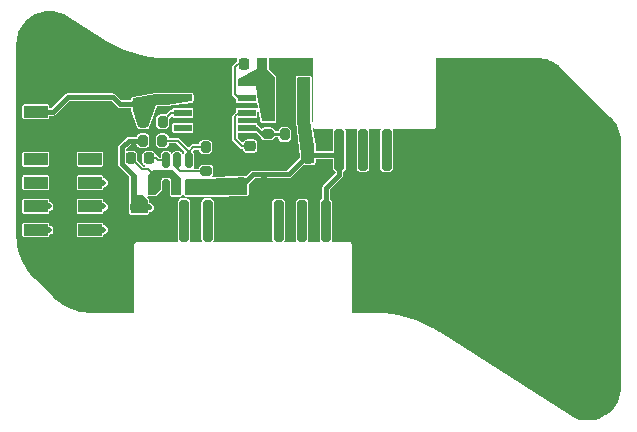
<source format=gbr>
%TF.GenerationSoftware,KiCad,Pcbnew,8.0.7*%
%TF.CreationDate,2024-12-18T08:38:47+08:00*%
%TF.ProjectId,SB-fan-board,53422d66-616e-42d6-926f-6172642e6b69,B0*%
%TF.SameCoordinates,Original*%
%TF.FileFunction,Copper,L1,Top*%
%TF.FilePolarity,Positive*%
%FSLAX46Y46*%
G04 Gerber Fmt 4.6, Leading zero omitted, Abs format (unit mm)*
G04 Created by KiCad (PCBNEW 8.0.7) date 2024-12-18 08:38:47*
%MOMM*%
%LPD*%
G01*
G04 APERTURE LIST*
G04 Aperture macros list*
%AMRoundRect*
0 Rectangle with rounded corners*
0 $1 Rounding radius*
0 $2 $3 $4 $5 $6 $7 $8 $9 X,Y pos of 4 corners*
0 Add a 4 corners polygon primitive as box body*
4,1,4,$2,$3,$4,$5,$6,$7,$8,$9,$2,$3,0*
0 Add four circle primitives for the rounded corners*
1,1,$1+$1,$2,$3*
1,1,$1+$1,$4,$5*
1,1,$1+$1,$6,$7*
1,1,$1+$1,$8,$9*
0 Add four rect primitives between the rounded corners*
20,1,$1+$1,$2,$3,$4,$5,0*
20,1,$1+$1,$4,$5,$6,$7,0*
20,1,$1+$1,$6,$7,$8,$9,0*
20,1,$1+$1,$8,$9,$2,$3,0*%
G04 Aperture macros list end*
%TA.AperFunction,SMDPad,CuDef*%
%ADD10RoundRect,0.200000X-0.200000X-0.275000X0.200000X-0.275000X0.200000X0.275000X-0.200000X0.275000X0*%
%TD*%
%TA.AperFunction,SMDPad,CuDef*%
%ADD11R,1.100000X3.700000*%
%TD*%
%TA.AperFunction,SMDPad,CuDef*%
%ADD12RoundRect,0.200000X-0.275000X0.200000X-0.275000X-0.200000X0.275000X-0.200000X0.275000X0.200000X0*%
%TD*%
%TA.AperFunction,ComponentPad*%
%ADD13C,5.500000*%
%TD*%
%TA.AperFunction,SMDPad,CuDef*%
%ADD14RoundRect,0.200000X0.200000X1.550000X-0.200000X1.550000X-0.200000X-1.550000X0.200000X-1.550000X0*%
%TD*%
%TA.AperFunction,SMDPad,CuDef*%
%ADD15RoundRect,0.150000X0.150000X-0.512500X0.150000X0.512500X-0.150000X0.512500X-0.150000X-0.512500X0*%
%TD*%
%TA.AperFunction,SMDPad,CuDef*%
%ADD16RoundRect,0.225000X-0.225000X-0.250000X0.225000X-0.250000X0.225000X0.250000X-0.225000X0.250000X0*%
%TD*%
%TA.AperFunction,SMDPad,CuDef*%
%ADD17RoundRect,0.225000X0.225000X0.250000X-0.225000X0.250000X-0.225000X-0.250000X0.225000X-0.250000X0*%
%TD*%
%TA.AperFunction,SMDPad,CuDef*%
%ADD18RoundRect,0.200000X0.200000X0.275000X-0.200000X0.275000X-0.200000X-0.275000X0.200000X-0.275000X0*%
%TD*%
%TA.AperFunction,SMDPad,CuDef*%
%ADD19R,0.550000X1.600000*%
%TD*%
%TA.AperFunction,SMDPad,CuDef*%
%ADD20RoundRect,0.225000X0.250000X-0.225000X0.250000X0.225000X-0.250000X0.225000X-0.250000X-0.225000X0*%
%TD*%
%TA.AperFunction,SMDPad,CuDef*%
%ADD21RoundRect,0.200000X0.275000X-0.200000X0.275000X0.200000X-0.275000X0.200000X-0.275000X-0.200000X0*%
%TD*%
%TA.AperFunction,SMDPad,CuDef*%
%ADD22RoundRect,0.250000X-0.475000X0.250000X-0.475000X-0.250000X0.475000X-0.250000X0.475000X0.250000X0*%
%TD*%
%TA.AperFunction,SMDPad,CuDef*%
%ADD23RoundRect,0.200000X-0.200000X-1.550000X0.200000X-1.550000X0.200000X1.550000X-0.200000X1.550000X0*%
%TD*%
%TA.AperFunction,SMDPad,CuDef*%
%ADD24R,2.000000X1.000000*%
%TD*%
%TA.AperFunction,SMDPad,CuDef*%
%ADD25RoundRect,0.250000X0.250000X0.475000X-0.250000X0.475000X-0.250000X-0.475000X0.250000X-0.475000X0*%
%TD*%
%TA.AperFunction,SMDPad,CuDef*%
%ADD26RoundRect,0.250000X-0.250000X-0.475000X0.250000X-0.475000X0.250000X0.475000X-0.250000X0.475000X0*%
%TD*%
%TA.AperFunction,SMDPad,CuDef*%
%ADD27RoundRect,0.250000X0.475000X-0.250000X0.475000X0.250000X-0.475000X0.250000X-0.475000X-0.250000X0*%
%TD*%
%TA.AperFunction,SMDPad,CuDef*%
%ADD28RoundRect,0.225000X-0.250000X0.225000X-0.250000X-0.225000X0.250000X-0.225000X0.250000X0.225000X0*%
%TD*%
%TA.AperFunction,SMDPad,CuDef*%
%ADD29R,1.550000X0.600000*%
%TD*%
%TA.AperFunction,SMDPad,CuDef*%
%ADD30R,2.950000X4.900000*%
%TD*%
%TA.AperFunction,ViaPad*%
%ADD31C,0.500000*%
%TD*%
%TA.AperFunction,Conductor*%
%ADD32C,0.381000*%
%TD*%
%TA.AperFunction,Conductor*%
%ADD33C,0.127000*%
%TD*%
%TA.AperFunction,Conductor*%
%ADD34C,0.203200*%
%TD*%
%TA.AperFunction,Conductor*%
%ADD35C,0.254000*%
%TD*%
G04 APERTURE END LIST*
D10*
%TO.P,R2,1*%
%TO.N,Net-(U1-FB)*%
X165115000Y-78840000D03*
%TO.P,R2,2*%
%TO.N,+12V*%
X166765000Y-78840000D03*
%TD*%
D11*
%TO.P,L1,1*%
%TO.N,Net-(U1-SW)*%
X163740000Y-75860000D03*
%TO.P,L1,2*%
%TO.N,+12V*%
X166740000Y-75860000D03*
%TD*%
D12*
%TO.P,R3,1*%
%TO.N,Net-(U1-FB)*%
X163680000Y-78775000D03*
%TO.P,R3,2*%
%TO.N,GND*%
X163680000Y-80425000D03*
%TD*%
D13*
%TO.P,H1,1,1*%
%TO.N,GND*%
X145200000Y-71200000D03*
%TD*%
D14*
%TO.P,J2,1,Pin_1*%
%TO.N,+12V*%
X168600000Y-86147127D03*
%TO.P,J2,2,Pin_2*%
%TO.N,/FAN0_DET*%
X166600000Y-86147127D03*
%TO.P,J2,3,Pin_3*%
%TO.N,/FAN0_PWM*%
X164600000Y-86147127D03*
%TO.P,J2,4,Pin_4*%
%TO.N,GND*%
X162600000Y-86147127D03*
%TD*%
D15*
%TO.P,U2,1,GND*%
%TO.N,GND*%
X155080001Y-83307500D03*
%TO.P,U2,2,SW*%
%TO.N,Net-(U2-SW)*%
X156030000Y-83307500D03*
%TO.P,U2,3,VIN*%
%TO.N,+12V*%
X156979999Y-83307500D03*
%TO.P,U2,4,VFB*%
%TO.N,Net-(U2-VFB)*%
X156979999Y-81032500D03*
%TO.P,U2,5,EN*%
%TO.N,Net-(U2-EN)*%
X156030000Y-81032500D03*
%TO.P,U2,6,VBST*%
%TO.N,Net-(U2-VBST)*%
X155080001Y-81032500D03*
%TD*%
D16*
%TO.P,C1,1*%
%TO.N,Net-(U1-BOOT)*%
X161640000Y-72860000D03*
%TO.P,C1,2*%
%TO.N,Net-(U1-SW)*%
X163190000Y-72860000D03*
%TD*%
D17*
%TO.P,C6,1*%
%TO.N,Net-(U2-VBST)*%
X153625000Y-80850000D03*
%TO.P,C6,2*%
%TO.N,Net-(U2-SW)*%
X152075000Y-80850000D03*
%TD*%
D10*
%TO.P,R1,1*%
%TO.N,+24V*%
X153125000Y-77750000D03*
%TO.P,R1,2*%
%TO.N,Net-(U1-EN)*%
X154775000Y-77750000D03*
%TD*%
%TO.P,R6,1*%
%TO.N,Net-(U2-VFB)*%
X158415000Y-79900000D03*
%TO.P,R6,2*%
%TO.N,GND*%
X160065000Y-79900000D03*
%TD*%
D14*
%TO.P,J3,1,Pin_1*%
%TO.N,+3V3*%
X158600000Y-86126727D03*
%TO.P,J3,2,Pin_2*%
%TO.N,/NEO*%
X156600000Y-86126727D03*
%TO.P,J3,3,Pin_3*%
%TO.N,GND*%
X154600000Y-86126727D03*
%TD*%
D18*
%TO.P,R5,1*%
%TO.N,Net-(U2-VFB)*%
X154765000Y-79360000D03*
%TO.P,R5,2*%
%TO.N,+3V3*%
X153115000Y-79360000D03*
%TD*%
D19*
%TO.P,L2,1*%
%TO.N,Net-(U2-SW)*%
X153804999Y-83150000D03*
%TO.P,L2,2*%
%TO.N,+3V3*%
X152355001Y-83150000D03*
%TD*%
D20*
%TO.P,C8,1*%
%TO.N,+12V*%
X159960000Y-83515000D03*
%TO.P,C8,2*%
%TO.N,GND*%
X159960000Y-81965000D03*
%TD*%
D21*
%TO.P,R4,1*%
%TO.N,+12V*%
X158470000Y-83570000D03*
%TO.P,R4,2*%
%TO.N,Net-(U2-EN)*%
X158470000Y-81920000D03*
%TD*%
D22*
%TO.P,C9,1*%
%TO.N,+3V3*%
X152810000Y-85000001D03*
%TO.P,C9,2*%
%TO.N,GND*%
X152810000Y-86899999D03*
%TD*%
D23*
%TO.P,J1,1,Pin_1*%
%TO.N,+12V*%
X169750000Y-80139600D03*
%TO.P,J1,2,Pin_2*%
%TO.N,/FAN1_DET*%
X171750000Y-80139600D03*
%TO.P,J1,3,Pin_3*%
%TO.N,/FAN1_PWM*%
X173750000Y-80139600D03*
%TO.P,J1,4,Pin_4*%
%TO.N,GND*%
X175750000Y-80139600D03*
%TD*%
D24*
%TO.P,J4,1,Pin_1*%
%TO.N,/FAN0_DET*%
X144041000Y-86929000D03*
%TO.P,J4,2,Pin_2*%
%TO.N,/NEO*%
X148641000Y-86929000D03*
%TO.P,J4,3,Pin_3*%
%TO.N,/FAN0_PWM*%
X144041000Y-84929000D03*
%TO.P,J4,4,Pin_4*%
%TO.N,/FAN1_PWM*%
X148641000Y-84929000D03*
%TO.P,J4,5,Pin_5*%
%TO.N,unconnected-(J4-Pin_5-Pad5)*%
X144041000Y-82929000D03*
%TO.P,J4,6,Pin_6*%
%TO.N,/FAN1_DET*%
X148641000Y-82929000D03*
%TO.P,J4,7,Pin_7*%
%TO.N,unconnected-(J4-Pin_7-Pad7)*%
X144041000Y-80929000D03*
%TO.P,J4,8,Pin_8*%
%TO.N,unconnected-(J4-Pin_8-Pad8)*%
X148641000Y-80929000D03*
%TO.P,J4,9,Pin_9*%
%TO.N,GND*%
X144041000Y-78929000D03*
%TO.P,J4,10,Pin_10*%
X148641000Y-78929000D03*
%TO.P,J4,11,Pin_11*%
%TO.N,+24V*%
X144041000Y-76929000D03*
%TO.P,J4,12,Pin_12*%
%TO.N,GND*%
X148641000Y-76929000D03*
%TD*%
D13*
%TO.P,H2,1,1*%
%TO.N,GND*%
X190780000Y-100258000D03*
%TD*%
D25*
%TO.P,C4,1*%
%TO.N,+12V*%
X167100000Y-80570000D03*
%TO.P,C4,2*%
%TO.N,GND*%
X165200002Y-80570000D03*
%TD*%
D26*
%TO.P,C7,1*%
%TO.N,+12V*%
X161440001Y-83230000D03*
%TO.P,C7,2*%
%TO.N,GND*%
X163339999Y-83230000D03*
%TD*%
D27*
%TO.P,C2,1*%
%TO.N,+24V*%
X152970000Y-76270000D03*
%TO.P,C2,2*%
%TO.N,GND*%
X152970000Y-74370000D03*
%TD*%
D28*
%TO.P,C5,1*%
%TO.N,Net-(U1-VCC)*%
X162200000Y-79835000D03*
%TO.P,C5,2*%
%TO.N,GND*%
X162200000Y-81385000D03*
%TD*%
D20*
%TO.P,C3,1*%
%TO.N,+24V*%
X154690000Y-75870000D03*
%TO.P,C3,2*%
%TO.N,GND*%
X154690000Y-74320000D03*
%TD*%
D29*
%TO.P,U1,1,GND*%
%TO.N,GND*%
X156490000Y-74460000D03*
%TO.P,U1,2,VIN*%
%TO.N,+24V*%
X156490000Y-75730000D03*
%TO.P,U1,3,EN*%
%TO.N,Net-(U1-EN)*%
X156490000Y-77000000D03*
%TO.P,U1,4,PG*%
%TO.N,unconnected-(U1-PG-Pad4)*%
X156490000Y-78270000D03*
%TO.P,U1,5,FB*%
%TO.N,Net-(U1-FB)*%
X161890000Y-78270000D03*
%TO.P,U1,6,VCC*%
%TO.N,Net-(U1-VCC)*%
X161890000Y-77000000D03*
%TO.P,U1,7,BOOT*%
%TO.N,Net-(U1-BOOT)*%
X161890000Y-75730000D03*
%TO.P,U1,8,SW*%
%TO.N,Net-(U1-SW)*%
X161890000Y-74460000D03*
D30*
%TO.P,U1,9,GND*%
%TO.N,GND*%
X159190000Y-76365000D03*
%TD*%
D31*
%TO.N,/FAN0_DET*%
X145159000Y-86929000D03*
X166600000Y-87620400D03*
%TO.N,/FAN0_PWM*%
X145159000Y-84929000D03*
X164600000Y-87620400D03*
%TO.N,/FAN1_PWM*%
X149759000Y-84929000D03*
X173750000Y-78666327D03*
%TO.N,/FAN1_DET*%
X171750000Y-78666327D03*
X149759000Y-82929000D03*
%TO.N,/NEO*%
X149759000Y-86909000D03*
X156600000Y-87600000D03*
%TO.N,GND*%
X145740000Y-81440000D03*
X159220000Y-80970000D03*
X151160000Y-77850000D03*
X162520000Y-83650000D03*
X159952000Y-74079000D03*
X158428000Y-74079000D03*
X159952000Y-77127000D03*
X156690000Y-73520000D03*
X158428000Y-77127000D03*
X168420000Y-79710000D03*
X174830000Y-80210000D03*
X159190000Y-77889000D03*
X165900000Y-79640000D03*
X160410000Y-86940000D03*
X146390000Y-79680000D03*
X146290000Y-78220000D03*
X148760000Y-79880000D03*
X151950000Y-88200000D03*
X159952000Y-78651000D03*
X151090000Y-85090000D03*
X159190000Y-76365000D03*
X163800000Y-81410000D03*
X151830000Y-75110000D03*
X164320000Y-79580000D03*
X148660000Y-77850000D03*
X159190000Y-74841000D03*
X161070000Y-85300000D03*
X158428000Y-78651000D03*
X159952000Y-75603000D03*
X146680000Y-83080000D03*
X154630000Y-84160000D03*
X151260000Y-74160000D03*
X159340000Y-80100000D03*
X161050000Y-80960000D03*
X165750000Y-83370000D03*
X158428000Y-75603000D03*
X144110000Y-79910000D03*
X167670000Y-82670000D03*
%TO.N,+3V3*%
X158600000Y-84650000D03*
X153669999Y-85000001D03*
%TD*%
D32*
%TO.N,+24V*%
X145491000Y-76929000D02*
X146750000Y-75670000D01*
X146750000Y-75670000D02*
X150570000Y-75670000D01*
X151170000Y-76270000D02*
X152970000Y-76270000D01*
X144041000Y-76929000D02*
X145491000Y-76929000D01*
X150570000Y-75670000D02*
X151170000Y-76270000D01*
%TO.N,+12V*%
X167100000Y-80570000D02*
X169750000Y-80570000D01*
X165457100Y-82212900D02*
X167100000Y-80570000D01*
X161440001Y-83230000D02*
X162457101Y-82212900D01*
X168600000Y-83400000D02*
X169750000Y-82250000D01*
X168600000Y-86147127D02*
X168600000Y-83400000D01*
X169750000Y-82250000D02*
X169750000Y-80139600D01*
X162457101Y-82212900D02*
X165457100Y-82212900D01*
D33*
%TO.N,/FAN0_DET*%
X144041000Y-86929000D02*
X145159000Y-86929000D01*
%TO.N,/FAN0_PWM*%
X144041000Y-84929000D02*
X145159000Y-84929000D01*
%TO.N,/FAN1_PWM*%
X148641000Y-84929000D02*
X149759000Y-84929000D01*
%TO.N,/FAN1_DET*%
X148641000Y-82929000D02*
X149759000Y-82929000D01*
%TO.N,/NEO*%
X148641000Y-86909000D02*
X149759000Y-86909000D01*
D32*
%TO.N,+3V3*%
X151910000Y-79360000D02*
X153115000Y-79360000D01*
X152355001Y-82342525D02*
X151332900Y-81320424D01*
X152810000Y-85000001D02*
X153669999Y-85000001D01*
X151332900Y-81320424D02*
X151332900Y-79937100D01*
X151332900Y-79937100D02*
X151910000Y-79360000D01*
X152355001Y-83150000D02*
X152355001Y-82342525D01*
D34*
%TO.N,Net-(U1-EN)*%
X155525000Y-77000000D02*
X154775000Y-77750000D01*
X156490000Y-77000000D02*
X155525000Y-77000000D01*
%TO.N,Net-(U1-BOOT)*%
X161210000Y-75730000D02*
X160911800Y-75431800D01*
X161180000Y-72860000D02*
X161640000Y-72860000D01*
X160911800Y-75431800D02*
X160911800Y-73128200D01*
X161890000Y-75730000D02*
X161210000Y-75730000D01*
X160911800Y-73128200D02*
X161180000Y-72860000D01*
%TO.N,Net-(U1-VCC)*%
X162200000Y-79835000D02*
X161525000Y-79835000D01*
X160911800Y-77298200D02*
X161210000Y-77000000D01*
X161210000Y-77000000D02*
X161890000Y-77000000D01*
X161525000Y-79835000D02*
X160911800Y-79221800D01*
X160911800Y-79221800D02*
X160911800Y-77298200D01*
D35*
%TO.N,Net-(U1-FB)*%
X161890000Y-78270000D02*
X162670000Y-78270000D01*
X162670000Y-78270000D02*
X163175000Y-78775000D01*
X163175000Y-78775000D02*
X163680000Y-78775000D01*
X165115000Y-78840000D02*
X163745000Y-78840000D01*
D34*
%TO.N,Net-(U2-SW)*%
X153015000Y-81790000D02*
X153560000Y-81790000D01*
X152075000Y-80850000D02*
X153015000Y-81790000D01*
X153804999Y-82034999D02*
X153804999Y-83150000D01*
X153560000Y-81790000D02*
X153804999Y-82034999D01*
%TO.N,Net-(U2-VBST)*%
X154240000Y-80850000D02*
X154422500Y-81032500D01*
X154422500Y-81032500D02*
X155080001Y-81032500D01*
X153625000Y-80850000D02*
X154240000Y-80850000D01*
D33*
%TO.N,Net-(U2-EN)*%
X156030000Y-81694999D02*
X156255001Y-81920000D01*
X156030000Y-81032500D02*
X156030000Y-81694999D01*
X156255001Y-81920000D02*
X158470000Y-81920000D01*
D34*
%TO.N,Net-(U2-VFB)*%
X156049998Y-79360000D02*
X156979999Y-80290001D01*
X154765000Y-79360000D02*
X156049998Y-79360000D01*
X157370000Y-79900000D02*
X158415000Y-79900000D01*
X156979999Y-80290001D02*
X157370000Y-79900000D01*
X156979999Y-81032500D02*
X156979999Y-80290001D01*
%TD*%
%TA.AperFunction,Conductor*%
%TO.N,/FAN1_PWM*%
G36*
X149667829Y-84708782D02*
G01*
X149758109Y-84924483D01*
X149758142Y-84933437D01*
X149758109Y-84933517D01*
X149667829Y-85149217D01*
X149661473Y-85155526D01*
X149652559Y-85155509D01*
X149266223Y-84995491D01*
X149259891Y-84989160D01*
X149259000Y-84984682D01*
X149259000Y-84873317D01*
X149262427Y-84865044D01*
X149266221Y-84862508D01*
X149652561Y-84702490D01*
X149661514Y-84702490D01*
X149667829Y-84708782D01*
G37*
%TD.AperFunction*%
%TD*%
%TA.AperFunction,Conductor*%
%TO.N,+12V*%
G36*
X161920504Y-82523831D02*
G01*
X161939979Y-82567522D01*
X161940001Y-82569185D01*
X161940001Y-83892812D01*
X161921695Y-83937006D01*
X161877814Y-83955311D01*
X158945200Y-83969999D01*
X158944887Y-83970000D01*
X156742499Y-83970000D01*
X156698305Y-83951694D01*
X156679999Y-83907500D01*
X156679999Y-82705858D01*
X156698305Y-82661664D01*
X156740834Y-82643380D01*
X161875839Y-82506707D01*
X161920504Y-82523831D01*
G37*
%TD.AperFunction*%
%TD*%
%TA.AperFunction,Conductor*%
%TO.N,Net-(U2-SW)*%
G36*
X155678306Y-81853305D02*
G01*
X156311694Y-82486694D01*
X156330000Y-82530887D01*
X156330000Y-83907500D01*
X156311694Y-83951694D01*
X156267500Y-83970000D01*
X155563034Y-83970000D01*
X155518840Y-83951694D01*
X155500534Y-83907500D01*
X155504355Y-83889378D01*
X155503576Y-83889166D01*
X155504810Y-83884631D01*
X155507500Y-83861441D01*
X155507501Y-83861439D01*
X155507501Y-82753560D01*
X155507500Y-82753558D01*
X155504810Y-82730370D01*
X155504808Y-82730364D01*
X155462906Y-82635461D01*
X155462903Y-82635457D01*
X155389543Y-82562097D01*
X155389539Y-82562094D01*
X155294636Y-82520192D01*
X155294630Y-82520190D01*
X155271441Y-82517500D01*
X155271433Y-82517500D01*
X154888569Y-82517500D01*
X154888561Y-82517500D01*
X154865371Y-82520190D01*
X154865365Y-82520192D01*
X154770462Y-82562094D01*
X154770458Y-82562097D01*
X154697098Y-82635457D01*
X154697095Y-82635461D01*
X154655193Y-82730364D01*
X154655191Y-82730370D01*
X154652501Y-82753558D01*
X154652501Y-83409112D01*
X154634195Y-83453306D01*
X154155807Y-83931694D01*
X154111613Y-83950000D01*
X153592499Y-83950000D01*
X153548305Y-83931694D01*
X153529999Y-83887500D01*
X153529999Y-82325889D01*
X153548305Y-82281695D01*
X153976694Y-81853306D01*
X154020888Y-81835000D01*
X155634113Y-81835000D01*
X155678306Y-81853305D01*
G37*
%TD.AperFunction*%
%TD*%
%TA.AperFunction,Conductor*%
%TO.N,Net-(U1-SW)*%
G36*
X163621694Y-72403306D02*
G01*
X163640000Y-72447500D01*
X163640000Y-73335000D01*
X164272520Y-73991848D01*
X164290000Y-74035200D01*
X164290000Y-77647500D01*
X164271694Y-77691694D01*
X164227500Y-77710000D01*
X163242359Y-77710000D01*
X163198165Y-77691694D01*
X163180826Y-77658451D01*
X162793467Y-75481861D01*
X162792500Y-75470910D01*
X162792500Y-75417442D01*
X162785102Y-75380252D01*
X162779126Y-75371309D01*
X162769562Y-75347541D01*
X162665000Y-74760000D01*
X161203400Y-74760000D01*
X161159206Y-74741694D01*
X161140900Y-74697500D01*
X161140900Y-74185212D01*
X161159206Y-74141018D01*
X161175101Y-74129486D01*
X162740000Y-73335000D01*
X162740000Y-72447500D01*
X162758306Y-72403306D01*
X162802500Y-72385000D01*
X163577500Y-72385000D01*
X163621694Y-72403306D01*
G37*
%TD.AperFunction*%
%TD*%
%TA.AperFunction,Conductor*%
%TO.N,/NEO*%
G36*
X149667829Y-86688782D02*
G01*
X149758109Y-86904483D01*
X149758142Y-86913437D01*
X149758109Y-86913517D01*
X149667829Y-87129217D01*
X149661473Y-87135526D01*
X149652559Y-87135509D01*
X149266223Y-86975491D01*
X149259891Y-86969160D01*
X149259000Y-86964682D01*
X149259000Y-86853317D01*
X149262427Y-86845044D01*
X149266221Y-86842508D01*
X149652561Y-86682490D01*
X149661514Y-86682490D01*
X149667829Y-86688782D01*
G37*
%TD.AperFunction*%
%TD*%
%TA.AperFunction,Conductor*%
%TO.N,/FAN1_DET*%
G36*
X149667829Y-82708782D02*
G01*
X149758109Y-82924483D01*
X149758142Y-82933437D01*
X149758109Y-82933517D01*
X149667829Y-83149217D01*
X149661473Y-83155526D01*
X149652559Y-83155509D01*
X149266223Y-82995491D01*
X149259891Y-82989160D01*
X149259000Y-82984682D01*
X149259000Y-82873317D01*
X149262427Y-82865044D01*
X149266221Y-82862508D01*
X149652561Y-82702490D01*
X149661514Y-82702490D01*
X149667829Y-82708782D01*
G37*
%TD.AperFunction*%
%TD*%
%TA.AperFunction,Conductor*%
%TO.N,+3V3*%
G36*
X153665589Y-84753976D02*
G01*
X153669969Y-84761786D01*
X153670051Y-84763122D01*
X153670999Y-85000001D01*
X153670999Y-85000095D01*
X153670051Y-85236879D01*
X153666591Y-85245138D01*
X153658304Y-85248532D01*
X153656968Y-85248450D01*
X153535000Y-85233936D01*
X153169999Y-85190501D01*
X153169999Y-84809501D01*
X153656969Y-84751551D01*
X153665589Y-84753976D01*
G37*
%TD.AperFunction*%
%TD*%
%TA.AperFunction,Conductor*%
%TO.N,/FAN0_PWM*%
G36*
X145067829Y-84708782D02*
G01*
X145158109Y-84924483D01*
X145158142Y-84933437D01*
X145158109Y-84933517D01*
X145067829Y-85149217D01*
X145061473Y-85155526D01*
X145052559Y-85155509D01*
X144666223Y-84995491D01*
X144659891Y-84989160D01*
X144659000Y-84984682D01*
X144659000Y-84873317D01*
X144662427Y-84865044D01*
X144666221Y-84862508D01*
X145052561Y-84702490D01*
X145061514Y-84702490D01*
X145067829Y-84708782D01*
G37*
%TD.AperFunction*%
%TD*%
%TA.AperFunction,Conductor*%
%TO.N,+3V3*%
G36*
X152611695Y-82368306D02*
G01*
X152630001Y-82412500D01*
X152630001Y-83950000D01*
X153024113Y-83950000D01*
X153068307Y-83968306D01*
X153516694Y-84416693D01*
X153535000Y-84460887D01*
X153535000Y-85437501D01*
X153516694Y-85481695D01*
X153472500Y-85500001D01*
X152142501Y-85500001D01*
X152098307Y-85481695D01*
X152080001Y-85437501D01*
X152080001Y-82412500D01*
X152098307Y-82368306D01*
X152142501Y-82350000D01*
X152567501Y-82350000D01*
X152611695Y-82368306D01*
G37*
%TD.AperFunction*%
%TD*%
%TA.AperFunction,Conductor*%
%TO.N,+12V*%
G36*
X167271694Y-74028306D02*
G01*
X167290000Y-74072500D01*
X167290000Y-77710000D01*
X167599351Y-79840530D01*
X167600000Y-79849511D01*
X167600000Y-81232500D01*
X167581694Y-81276694D01*
X167537500Y-81295000D01*
X166655759Y-81295000D01*
X166611565Y-81276694D01*
X166593664Y-81239602D01*
X166190405Y-77713541D01*
X166190000Y-77706439D01*
X166190000Y-74072500D01*
X166208306Y-74028306D01*
X166252500Y-74010000D01*
X167227500Y-74010000D01*
X167271694Y-74028306D01*
G37*
%TD.AperFunction*%
%TD*%
%TA.AperFunction,Conductor*%
%TO.N,/FAN0_DET*%
G36*
X145067829Y-86708782D02*
G01*
X145158109Y-86924483D01*
X145158142Y-86933437D01*
X145158109Y-86933517D01*
X145067829Y-87149217D01*
X145061473Y-87155526D01*
X145052559Y-87155509D01*
X144666223Y-86995491D01*
X144659891Y-86989160D01*
X144659000Y-86984682D01*
X144659000Y-86873317D01*
X144662427Y-86865044D01*
X144666221Y-86862508D01*
X145052561Y-86702490D01*
X145061514Y-86702490D01*
X145067829Y-86708782D01*
G37*
%TD.AperFunction*%
%TD*%
%TA.AperFunction,Conductor*%
%TO.N,+24V*%
G36*
X155165550Y-75420010D02*
G01*
X155715000Y-75430000D01*
X157202500Y-75430000D01*
X157246694Y-75448306D01*
X157265000Y-75492500D01*
X157265000Y-75975538D01*
X157246694Y-76019732D01*
X157211050Y-76037450D01*
X155169258Y-76319412D01*
X155160708Y-76320000D01*
X154215000Y-76320000D01*
X153539928Y-78183785D01*
X153507666Y-78219103D01*
X153481164Y-78225000D01*
X152770195Y-78225000D01*
X152726001Y-78206694D01*
X152710841Y-78182081D01*
X152248146Y-76779536D01*
X152245000Y-76759955D01*
X152245000Y-75822374D01*
X152263306Y-75778180D01*
X152296565Y-75760838D01*
X154209574Y-75420963D01*
X154220507Y-75420000D01*
X155164414Y-75420000D01*
X155165550Y-75420010D01*
G37*
%TD.AperFunction*%
%TD*%
%TA.AperFunction,Conductor*%
%TO.N,GND*%
G36*
X186552015Y-72364606D02*
G01*
X186820132Y-72378713D01*
X186826196Y-72379332D01*
X187090243Y-72419354D01*
X187096218Y-72420562D01*
X187355090Y-72486189D01*
X187360924Y-72487976D01*
X187612147Y-72578582D01*
X187617780Y-72580931D01*
X187640820Y-72591890D01*
X187858941Y-72695643D01*
X187864326Y-72698536D01*
X188093123Y-72836259D01*
X188098201Y-72839664D01*
X188312450Y-72999083D01*
X188317170Y-73002968D01*
X188515721Y-73183375D01*
X188517933Y-73185485D01*
X188545241Y-73212852D01*
X188545242Y-73212852D01*
X188549358Y-73216977D01*
X188549790Y-73217332D01*
X188789123Y-73456609D01*
X192689166Y-77355732D01*
X192695237Y-77361801D01*
X192699461Y-77366870D01*
X192701041Y-77368404D01*
X192701042Y-77368405D01*
X192728308Y-77394873D01*
X192728906Y-77395462D01*
X192729329Y-77395885D01*
X192730807Y-77397414D01*
X192914517Y-77594075D01*
X192918464Y-77598738D01*
X193081256Y-77811293D01*
X193084729Y-77816318D01*
X193225999Y-78043756D01*
X193228963Y-78049093D01*
X193250273Y-78092318D01*
X193347358Y-78289243D01*
X193349788Y-78294847D01*
X193444174Y-78545405D01*
X193446045Y-78551220D01*
X193515518Y-78809785D01*
X193516813Y-78815755D01*
X193560714Y-79079872D01*
X193561420Y-79085940D01*
X193579360Y-79353550D01*
X193579500Y-79357730D01*
X193579500Y-100176509D01*
X193578988Y-100182057D01*
X193579492Y-100222923D01*
X193579436Y-100226457D01*
X193565664Y-100537528D01*
X193564952Y-100544564D01*
X193516411Y-100850311D01*
X193514909Y-100857221D01*
X193432139Y-101155529D01*
X193429866Y-101162225D01*
X193313929Y-101449272D01*
X193310914Y-101455669D01*
X193163290Y-101727789D01*
X193159571Y-101733804D01*
X192982157Y-101987499D01*
X192977783Y-101993055D01*
X192772850Y-102225082D01*
X192767877Y-102230109D01*
X192538036Y-102437508D01*
X192532526Y-102441941D01*
X192280733Y-102622046D01*
X192274758Y-102625828D01*
X192004230Y-102776336D01*
X191997866Y-102779419D01*
X191712072Y-102898404D01*
X191705400Y-102900748D01*
X191407982Y-102986690D01*
X191401089Y-102988266D01*
X191095880Y-103040059D01*
X191088852Y-103040846D01*
X190779740Y-103057829D01*
X190772668Y-103057817D01*
X190463615Y-103039774D01*
X190456590Y-103038963D01*
X190151557Y-102986124D01*
X190144669Y-102984525D01*
X189847557Y-102897567D01*
X189840893Y-102895200D01*
X189555498Y-102775232D01*
X189549145Y-102772127D01*
X189277556Y-102619806D01*
X189274593Y-102618035D01*
X189274224Y-102617799D01*
X189274172Y-102617726D01*
X189274155Y-102617755D01*
X189237581Y-102594429D01*
X189237499Y-102594387D01*
X178241302Y-95584163D01*
X178207672Y-95562723D01*
X178200143Y-95557923D01*
X178200141Y-95557922D01*
X178169164Y-95538174D01*
X178168956Y-95538067D01*
X178086955Y-95485800D01*
X177963504Y-95407111D01*
X177678877Y-95247605D01*
X177458343Y-95124016D01*
X176937930Y-94870029D01*
X176937925Y-94870027D01*
X176403952Y-94645972D01*
X176000722Y-94503094D01*
X175858125Y-94452567D01*
X175858110Y-94452562D01*
X175858105Y-94452561D01*
X175302208Y-94290434D01*
X174737987Y-94160096D01*
X174737985Y-94160095D01*
X174228314Y-94072467D01*
X174167277Y-94061973D01*
X173591924Y-93996381D01*
X173591919Y-93996380D01*
X173591913Y-93996380D01*
X173591909Y-93996379D01*
X173013789Y-93963531D01*
X173013785Y-93963530D01*
X172770476Y-93963512D01*
X172770444Y-93963509D01*
X172764117Y-93963509D01*
X170863000Y-93963509D01*
X170818806Y-93945203D01*
X170800500Y-93901009D01*
X170800500Y-88082847D01*
X170800500Y-88082845D01*
X170769976Y-88009153D01*
X170713574Y-87952751D01*
X170639882Y-87922227D01*
X170639881Y-87922227D01*
X169154496Y-87922227D01*
X169110302Y-87903921D01*
X169091996Y-87859727D01*
X169097852Y-87833313D01*
X169099738Y-87829266D01*
X169121221Y-87783198D01*
X169127500Y-87735502D01*
X169127499Y-84558753D01*
X169121221Y-84511056D01*
X169072411Y-84406383D01*
X169072409Y-84406381D01*
X169072409Y-84406380D01*
X168990746Y-84324717D01*
X168990747Y-84324717D01*
X168954085Y-84307621D01*
X168921769Y-84272352D01*
X168918000Y-84250977D01*
X168918000Y-83557608D01*
X168936306Y-83513414D01*
X170004458Y-82445262D01*
X170004463Y-82445257D01*
X170043347Y-82377909D01*
X170046328Y-82372746D01*
X170046329Y-82372743D01*
X170055885Y-82337078D01*
X170068000Y-82291865D01*
X170068000Y-82208135D01*
X170068000Y-82035748D01*
X170086306Y-81991554D01*
X170104085Y-81979105D01*
X170140744Y-81962011D01*
X170222411Y-81880344D01*
X170271221Y-81775671D01*
X170277500Y-81727975D01*
X170277499Y-78551226D01*
X170271221Y-78503529D01*
X170247852Y-78453414D01*
X170245765Y-78405624D01*
X170278082Y-78370356D01*
X170304496Y-78364500D01*
X171195504Y-78364500D01*
X171239698Y-78382806D01*
X171258004Y-78427000D01*
X171252148Y-78453414D01*
X171228780Y-78503526D01*
X171228778Y-78503532D01*
X171222500Y-78551218D01*
X171222500Y-81727965D01*
X171222500Y-81727966D01*
X171222501Y-81727974D01*
X171228779Y-81775671D01*
X171228780Y-81775673D01*
X171277590Y-81880346D01*
X171359253Y-81962009D01*
X171359254Y-81962009D01*
X171359256Y-81962011D01*
X171463929Y-82010821D01*
X171511625Y-82017100D01*
X171988374Y-82017099D01*
X172036071Y-82010821D01*
X172140744Y-81962011D01*
X172222411Y-81880344D01*
X172271221Y-81775671D01*
X172277500Y-81727975D01*
X172277499Y-78551226D01*
X172271221Y-78503529D01*
X172247852Y-78453414D01*
X172245765Y-78405624D01*
X172278082Y-78370356D01*
X172304496Y-78364500D01*
X173195504Y-78364500D01*
X173239698Y-78382806D01*
X173258004Y-78427000D01*
X173252148Y-78453414D01*
X173228780Y-78503526D01*
X173228778Y-78503532D01*
X173222500Y-78551218D01*
X173222500Y-81727965D01*
X173222500Y-81727966D01*
X173222501Y-81727974D01*
X173228779Y-81775671D01*
X173228780Y-81775673D01*
X173277590Y-81880346D01*
X173359253Y-81962009D01*
X173359254Y-81962009D01*
X173359256Y-81962011D01*
X173463929Y-82010821D01*
X173511625Y-82017100D01*
X173988374Y-82017099D01*
X174036071Y-82010821D01*
X174140744Y-81962011D01*
X174222411Y-81880344D01*
X174271221Y-81775671D01*
X174277500Y-81727975D01*
X174277499Y-78551226D01*
X174271221Y-78503529D01*
X174247852Y-78453414D01*
X174245765Y-78405624D01*
X174278082Y-78370356D01*
X174304496Y-78364500D01*
X177703999Y-78364500D01*
X177704201Y-78364520D01*
X177710288Y-78364520D01*
X177790050Y-78364520D01*
X177790052Y-78364520D01*
X177863744Y-78333996D01*
X177920146Y-78277594D01*
X177950670Y-78203902D01*
X177950670Y-72427020D01*
X177968976Y-72382826D01*
X178013170Y-72364520D01*
X186548731Y-72364520D01*
X186552015Y-72364606D01*
G37*
%TD.AperFunction*%
%TA.AperFunction,Conductor*%
G36*
X145209485Y-68400319D02*
G01*
X145516330Y-68418211D01*
X145523294Y-68419011D01*
X145826193Y-68471191D01*
X145833031Y-68472769D01*
X146128165Y-68558578D01*
X146134783Y-68560913D01*
X146418433Y-68679268D01*
X146424744Y-68682327D01*
X146682282Y-68825589D01*
X146694749Y-68832524D01*
X146697962Y-68834439D01*
X149760048Y-70786634D01*
X149765896Y-70790362D01*
X149765924Y-70790375D01*
X149970582Y-70920832D01*
X150475758Y-71203942D01*
X150996181Y-71457940D01*
X151530173Y-71682008D01*
X152076017Y-71875423D01*
X152161773Y-71900434D01*
X152631943Y-72037562D01*
X152631955Y-72037565D01*
X153006631Y-72124118D01*
X153196191Y-72167908D01*
X153766915Y-72266034D01*
X154342286Y-72331628D01*
X154342301Y-72331628D01*
X154342302Y-72331629D01*
X154631368Y-72348053D01*
X154920435Y-72364477D01*
X154920441Y-72364478D01*
X154920808Y-72364478D01*
X155162828Y-72364495D01*
X155162866Y-72364500D01*
X155170118Y-72364500D01*
X155210000Y-72364500D01*
X155249882Y-72364500D01*
X161042526Y-72364500D01*
X161086720Y-72382806D01*
X161105026Y-72427000D01*
X161098676Y-72454449D01*
X161072483Y-72508028D01*
X161062500Y-72576547D01*
X161062500Y-72627614D01*
X161044194Y-72671808D01*
X160717579Y-72998423D01*
X160717577Y-72998426D01*
X160717305Y-72999083D01*
X160694467Y-73054221D01*
X160682700Y-73082629D01*
X160682700Y-75477371D01*
X160688967Y-75492499D01*
X160688967Y-75492500D01*
X160717578Y-75561575D01*
X160969194Y-75813190D01*
X160987500Y-75857384D01*
X160987500Y-76042557D01*
X160994898Y-76079748D01*
X160994898Y-76079749D01*
X161023077Y-76121922D01*
X161051257Y-76140750D01*
X161065252Y-76150102D01*
X161102442Y-76157500D01*
X161102443Y-76157500D01*
X162677556Y-76157500D01*
X162677558Y-76157500D01*
X162713102Y-76150429D01*
X162760017Y-76159760D01*
X162786594Y-76199533D01*
X162786828Y-76200777D01*
X162847433Y-76541321D01*
X162837154Y-76588039D01*
X162796851Y-76613805D01*
X162751177Y-76604239D01*
X162714748Y-76579898D01*
X162677558Y-76572500D01*
X161102442Y-76572500D01*
X161083847Y-76576199D01*
X161065251Y-76579898D01*
X161065250Y-76579898D01*
X161023077Y-76608077D01*
X160994898Y-76650250D01*
X160994898Y-76650251D01*
X160987500Y-76687442D01*
X160987500Y-76872615D01*
X160969194Y-76916809D01*
X160717579Y-77168423D01*
X160717577Y-77168426D01*
X160699358Y-77212413D01*
X160682700Y-77252629D01*
X160682700Y-79267372D01*
X160692914Y-79292032D01*
X160692915Y-79292032D01*
X160692915Y-79292033D01*
X160717578Y-79351575D01*
X161395226Y-80029222D01*
X161444551Y-80049652D01*
X161479429Y-80064100D01*
X161479430Y-80064100D01*
X161539171Y-80064100D01*
X161583365Y-80082406D01*
X161601017Y-80117588D01*
X161602694Y-80129100D01*
X161607482Y-80161969D01*
X161607483Y-80161972D01*
X161659152Y-80267662D01*
X161742338Y-80350848D01*
X161848028Y-80402517D01*
X161916547Y-80412500D01*
X162483452Y-80412499D01*
X162551972Y-80402517D01*
X162657662Y-80350848D01*
X162740848Y-80267662D01*
X162792517Y-80161972D01*
X162802500Y-80093453D01*
X162802499Y-79576548D01*
X162792517Y-79508028D01*
X162740848Y-79402338D01*
X162657662Y-79319152D01*
X162551972Y-79267483D01*
X162551970Y-79267482D01*
X162551969Y-79267482D01*
X162497539Y-79259552D01*
X162483453Y-79257500D01*
X162483452Y-79257500D01*
X161916548Y-79257500D01*
X161848030Y-79267482D01*
X161848029Y-79267482D01*
X161848028Y-79267483D01*
X161795183Y-79293317D01*
X161742337Y-79319152D01*
X161659151Y-79402338D01*
X161659149Y-79402341D01*
X161617868Y-79486784D01*
X161582013Y-79518448D01*
X161534269Y-79515483D01*
X161517525Y-79503528D01*
X161159206Y-79145209D01*
X161140900Y-79101015D01*
X161140900Y-78760000D01*
X161159206Y-78715806D01*
X161203400Y-78697500D01*
X162677555Y-78697500D01*
X162677558Y-78697500D01*
X162694858Y-78694058D01*
X162741772Y-78703389D01*
X162751245Y-78711163D01*
X163030835Y-78990754D01*
X163030836Y-78990754D01*
X163030837Y-78990755D01*
X163043703Y-78996084D01*
X163077528Y-79029908D01*
X163081751Y-79045668D01*
X163083779Y-79061070D01*
X163083779Y-79061072D01*
X163132590Y-79165746D01*
X163214253Y-79247409D01*
X163214254Y-79247409D01*
X163214256Y-79247411D01*
X163318929Y-79296221D01*
X163366625Y-79302500D01*
X163993374Y-79302499D01*
X164041071Y-79296221D01*
X164145744Y-79247411D01*
X164145746Y-79247409D01*
X164227410Y-79165746D01*
X164227410Y-79165745D01*
X164227411Y-79165744D01*
X164238896Y-79141114D01*
X164243806Y-79130586D01*
X164279074Y-79098269D01*
X164300450Y-79094500D01*
X164525105Y-79094500D01*
X164569299Y-79112806D01*
X164586788Y-79151404D01*
X164587235Y-79151346D01*
X164587428Y-79152819D01*
X164587471Y-79152912D01*
X164587500Y-79153364D01*
X164587501Y-79153371D01*
X164587501Y-79153374D01*
X164593779Y-79201071D01*
X164593780Y-79201073D01*
X164642590Y-79305746D01*
X164724253Y-79387409D01*
X164724254Y-79387409D01*
X164724256Y-79387411D01*
X164828929Y-79436221D01*
X164876625Y-79442500D01*
X165353374Y-79442499D01*
X165401071Y-79436221D01*
X165505744Y-79387411D01*
X165587411Y-79305744D01*
X165636221Y-79201071D01*
X165642500Y-79153375D01*
X165642499Y-78526626D01*
X165636221Y-78478929D01*
X165587411Y-78374256D01*
X165587409Y-78374254D01*
X165587409Y-78374253D01*
X165505746Y-78292590D01*
X165498569Y-78289243D01*
X165401071Y-78243779D01*
X165401069Y-78243778D01*
X165401067Y-78243778D01*
X165353375Y-78237500D01*
X164876634Y-78237500D01*
X164876632Y-78237500D01*
X164876626Y-78237501D01*
X164828929Y-78243779D01*
X164828927Y-78243779D01*
X164828926Y-78243780D01*
X164724253Y-78292590D01*
X164642590Y-78374253D01*
X164593780Y-78478926D01*
X164593778Y-78478932D01*
X164587500Y-78526622D01*
X164587470Y-78527085D01*
X164587428Y-78527169D01*
X164587233Y-78528653D01*
X164586729Y-78528586D01*
X164566315Y-78569988D01*
X164525104Y-78585500D01*
X164343744Y-78585500D01*
X164299550Y-78567194D01*
X164281779Y-78531158D01*
X164276221Y-78488929D01*
X164227411Y-78384256D01*
X164227409Y-78384254D01*
X164227409Y-78384253D01*
X164145746Y-78302590D01*
X164117124Y-78289243D01*
X164041071Y-78253779D01*
X164041069Y-78253778D01*
X164041067Y-78253778D01*
X163993375Y-78247500D01*
X163366634Y-78247500D01*
X163366632Y-78247500D01*
X163366626Y-78247501D01*
X163318929Y-78253779D01*
X163318927Y-78253779D01*
X163318926Y-78253780D01*
X163214256Y-78302589D01*
X163182575Y-78334270D01*
X163138380Y-78352575D01*
X163094187Y-78334269D01*
X162810806Y-78050888D01*
X162792500Y-78006694D01*
X162792500Y-77957442D01*
X162785102Y-77920252D01*
X162785101Y-77920250D01*
X162756922Y-77878077D01*
X162714748Y-77849898D01*
X162677558Y-77842500D01*
X162677557Y-77842500D01*
X161203400Y-77842500D01*
X161159206Y-77824194D01*
X161140900Y-77780000D01*
X161140900Y-77490000D01*
X161159206Y-77445806D01*
X161203400Y-77427500D01*
X162677557Y-77427500D01*
X162677558Y-77427500D01*
X162714748Y-77420102D01*
X162756922Y-77391922D01*
X162785102Y-77349748D01*
X162792500Y-77312558D01*
X162792500Y-76940547D01*
X162810806Y-76896353D01*
X162855000Y-76878047D01*
X162899194Y-76896353D01*
X162916533Y-76929596D01*
X163050375Y-77681664D01*
X163050375Y-77681665D01*
X163050376Y-77681667D01*
X163058812Y-77706423D01*
X163059432Y-77708240D01*
X163061882Y-77719549D01*
X163061901Y-77719546D01*
X163062120Y-77720650D01*
X163062472Y-77722272D01*
X163062500Y-77722558D01*
X163069898Y-77759748D01*
X163069898Y-77759749D01*
X163098077Y-77801922D01*
X163119623Y-77816318D01*
X163140252Y-77830102D01*
X163177442Y-77837500D01*
X163211067Y-77837500D01*
X163223259Y-77838700D01*
X163242359Y-77842500D01*
X164227500Y-77842500D01*
X164246599Y-77838700D01*
X164258792Y-77837500D01*
X164302557Y-77837500D01*
X164302558Y-77837500D01*
X164339748Y-77830102D01*
X164381922Y-77801922D01*
X164410102Y-77759748D01*
X164417500Y-77722558D01*
X164417500Y-77678791D01*
X164418701Y-77666597D01*
X164422500Y-77647499D01*
X164422500Y-74035201D01*
X164422499Y-74035196D01*
X164418644Y-74015324D01*
X164417500Y-74003420D01*
X164417500Y-73997442D01*
X164410102Y-73960252D01*
X164404692Y-73952156D01*
X164381922Y-73918078D01*
X164381920Y-73918076D01*
X164381919Y-73918075D01*
X164380320Y-73916476D01*
X164372062Y-73906267D01*
X164367967Y-73899948D01*
X164367962Y-73899940D01*
X163823378Y-73334410D01*
X163789980Y-73299727D01*
X163772500Y-73256374D01*
X163772500Y-72447500D01*
X163772499Y-72447496D01*
X163770848Y-72439192D01*
X163780181Y-72392276D01*
X163819955Y-72365701D01*
X163832147Y-72364500D01*
X167487000Y-72364500D01*
X167531194Y-72382806D01*
X167549500Y-72427000D01*
X167549500Y-77709692D01*
X167531194Y-77753886D01*
X167487000Y-77772192D01*
X167442806Y-77753886D01*
X167425149Y-77718673D01*
X167423149Y-77704899D01*
X167422500Y-77695918D01*
X167422500Y-74072500D01*
X167418701Y-74053400D01*
X167417500Y-74041207D01*
X167417500Y-73997442D01*
X167410102Y-73960252D01*
X167407154Y-73955840D01*
X167381922Y-73918077D01*
X167339748Y-73889898D01*
X167302558Y-73882500D01*
X167302557Y-73882500D01*
X167258792Y-73882500D01*
X167246599Y-73881299D01*
X167227500Y-73877500D01*
X166252500Y-73877500D01*
X166233401Y-73881299D01*
X166221208Y-73882500D01*
X166177442Y-73882500D01*
X166158847Y-73886199D01*
X166140251Y-73889898D01*
X166140250Y-73889898D01*
X166098077Y-73918077D01*
X166069898Y-73960250D01*
X166069898Y-73960251D01*
X166062500Y-73997442D01*
X166062500Y-74041207D01*
X166061299Y-74053400D01*
X166057500Y-74072500D01*
X166057500Y-77706439D01*
X166057593Y-77709692D01*
X166057715Y-77713988D01*
X166058120Y-77721095D01*
X166058763Y-77728599D01*
X166407649Y-80779234D01*
X166394483Y-80825222D01*
X166389748Y-80830530D01*
X165343686Y-81876594D01*
X165299492Y-81894900D01*
X162498966Y-81894900D01*
X162415236Y-81894900D01*
X162415235Y-81894900D01*
X162415229Y-81894901D01*
X162334357Y-81916570D01*
X162334354Y-81916571D01*
X162261844Y-81958436D01*
X162261838Y-81958441D01*
X161862928Y-82357351D01*
X161820397Y-82375635D01*
X161734980Y-82377909D01*
X161728095Y-82377502D01*
X161728084Y-82377664D01*
X161725834Y-82377501D01*
X161725828Y-82377500D01*
X161725821Y-82377500D01*
X161154175Y-82377500D01*
X161080795Y-82388191D01*
X161077572Y-82389767D01*
X161051792Y-82396092D01*
X159030801Y-82449883D01*
X158986135Y-82432759D01*
X158966660Y-82389068D01*
X158983784Y-82344402D01*
X158984907Y-82343247D01*
X159017411Y-82310744D01*
X159066221Y-82206071D01*
X159072500Y-82158375D01*
X159072499Y-81681626D01*
X159066221Y-81633929D01*
X159017411Y-81529256D01*
X159017409Y-81529254D01*
X159017409Y-81529253D01*
X158935746Y-81447590D01*
X158924295Y-81442250D01*
X158831071Y-81398779D01*
X158831069Y-81398778D01*
X158831067Y-81398778D01*
X158783375Y-81392500D01*
X158156634Y-81392500D01*
X158156632Y-81392500D01*
X158156626Y-81392501D01*
X158108929Y-81398779D01*
X158108927Y-81398779D01*
X158108926Y-81398780D01*
X158004253Y-81447590D01*
X157922590Y-81529253D01*
X157873780Y-81633926D01*
X157873778Y-81633931D01*
X157868417Y-81674658D01*
X157844500Y-81716084D01*
X157806452Y-81729000D01*
X157448020Y-81729000D01*
X157403826Y-81710694D01*
X157385520Y-81666500D01*
X157390845Y-81641255D01*
X157402545Y-81614756D01*
X157404807Y-81609634D01*
X157407498Y-81586441D01*
X157407499Y-81586439D01*
X157407499Y-80478560D01*
X157407498Y-80478558D01*
X157404808Y-80455370D01*
X157404806Y-80455364D01*
X157362904Y-80360461D01*
X157362901Y-80360457D01*
X157342414Y-80339970D01*
X157324108Y-80295776D01*
X157342414Y-80251582D01*
X157446590Y-80147406D01*
X157490784Y-80129100D01*
X157825001Y-80129100D01*
X157869195Y-80147406D01*
X157887501Y-80191600D01*
X157887501Y-80213374D01*
X157893779Y-80261071D01*
X157940126Y-80360461D01*
X157942590Y-80365746D01*
X158024253Y-80447409D01*
X158024254Y-80447409D01*
X158024256Y-80447411D01*
X158128929Y-80496221D01*
X158176625Y-80502500D01*
X158653374Y-80502499D01*
X158701071Y-80496221D01*
X158805744Y-80447411D01*
X158887411Y-80365744D01*
X158936221Y-80261071D01*
X158942500Y-80213375D01*
X158942499Y-79586626D01*
X158936221Y-79538929D01*
X158887411Y-79434256D01*
X158887409Y-79434254D01*
X158887409Y-79434253D01*
X158805746Y-79352590D01*
X158701073Y-79303780D01*
X158701071Y-79303779D01*
X158701069Y-79303778D01*
X158701067Y-79303778D01*
X158653375Y-79297500D01*
X158176634Y-79297500D01*
X158176632Y-79297500D01*
X158176626Y-79297501D01*
X158128929Y-79303779D01*
X158128927Y-79303779D01*
X158128926Y-79303780D01*
X158024253Y-79352590D01*
X157942590Y-79434253D01*
X157893780Y-79538926D01*
X157893778Y-79538932D01*
X157887500Y-79586618D01*
X157887500Y-79608400D01*
X157869194Y-79652594D01*
X157825000Y-79670900D01*
X157324426Y-79670900D01*
X157296095Y-79682636D01*
X157296094Y-79682637D01*
X157240227Y-79705777D01*
X157240224Y-79705779D01*
X157024193Y-79921810D01*
X156979999Y-79940116D01*
X156935805Y-79921810D01*
X156179773Y-79165778D01*
X156179691Y-79165744D01*
X156120231Y-79141115D01*
X156120230Y-79141114D01*
X156095570Y-79130900D01*
X156095569Y-79130900D01*
X155354999Y-79130900D01*
X155310805Y-79112594D01*
X155292499Y-79068400D01*
X155292499Y-79046634D01*
X155292499Y-79046626D01*
X155286221Y-78998929D01*
X155237411Y-78894256D01*
X155237409Y-78894254D01*
X155237409Y-78894253D01*
X155155746Y-78812590D01*
X155051073Y-78763780D01*
X155051071Y-78763779D01*
X155051069Y-78763778D01*
X155051067Y-78763778D01*
X155003375Y-78757500D01*
X154526634Y-78757500D01*
X154526632Y-78757500D01*
X154526626Y-78757501D01*
X154478929Y-78763779D01*
X154478927Y-78763779D01*
X154478926Y-78763780D01*
X154374253Y-78812590D01*
X154292590Y-78894253D01*
X154243780Y-78998926D01*
X154243778Y-78998932D01*
X154237500Y-79046618D01*
X154237500Y-79673365D01*
X154237500Y-79673366D01*
X154237501Y-79673374D01*
X154243779Y-79721071D01*
X154243780Y-79721073D01*
X154292590Y-79825746D01*
X154374253Y-79907409D01*
X154374254Y-79907409D01*
X154374256Y-79907411D01*
X154478929Y-79956221D01*
X154526625Y-79962500D01*
X155003374Y-79962499D01*
X155051071Y-79956221D01*
X155155744Y-79907411D01*
X155237411Y-79825744D01*
X155286221Y-79721071D01*
X155292500Y-79673375D01*
X155292500Y-79651600D01*
X155310806Y-79607406D01*
X155355000Y-79589100D01*
X155929213Y-79589100D01*
X155973407Y-79607406D01*
X156617582Y-80251581D01*
X156635888Y-80295775D01*
X156617584Y-80339967D01*
X156597096Y-80360456D01*
X156562174Y-80439549D01*
X156527577Y-80472583D01*
X156479754Y-80471479D01*
X156447824Y-80439548D01*
X156412905Y-80360461D01*
X156412902Y-80360457D01*
X156339542Y-80287097D01*
X156339538Y-80287094D01*
X156244635Y-80245192D01*
X156244629Y-80245190D01*
X156221440Y-80242500D01*
X156221432Y-80242500D01*
X155838568Y-80242500D01*
X155838560Y-80242500D01*
X155815370Y-80245190D01*
X155815364Y-80245192D01*
X155720461Y-80287094D01*
X155720457Y-80287097D01*
X155647097Y-80360457D01*
X155647095Y-80360460D01*
X155612175Y-80439549D01*
X155577578Y-80472583D01*
X155529755Y-80471479D01*
X155497825Y-80439548D01*
X155462906Y-80360461D01*
X155462903Y-80360457D01*
X155389543Y-80287097D01*
X155389539Y-80287094D01*
X155294636Y-80245192D01*
X155294630Y-80245190D01*
X155271441Y-80242500D01*
X155271433Y-80242500D01*
X154888569Y-80242500D01*
X154888561Y-80242500D01*
X154865371Y-80245190D01*
X154865365Y-80245192D01*
X154770462Y-80287094D01*
X154770458Y-80287097D01*
X154697098Y-80360457D01*
X154697095Y-80360461D01*
X154655193Y-80455364D01*
X154655191Y-80455370D01*
X154652501Y-80478558D01*
X154652501Y-80740900D01*
X154634195Y-80785094D01*
X154590001Y-80803400D01*
X154543285Y-80803400D01*
X154499091Y-80785094D01*
X154369775Y-80655778D01*
X154310233Y-80631115D01*
X154310232Y-80631114D01*
X154285572Y-80620900D01*
X154285571Y-80620900D01*
X154264472Y-80620900D01*
X154220278Y-80602594D01*
X154202625Y-80567410D01*
X154192517Y-80498030D01*
X154192517Y-80498028D01*
X154140848Y-80392338D01*
X154057662Y-80309152D01*
X153951972Y-80257483D01*
X153951970Y-80257482D01*
X153951969Y-80257482D01*
X153897539Y-80249552D01*
X153883453Y-80247500D01*
X153883452Y-80247500D01*
X153366548Y-80247500D01*
X153298030Y-80257482D01*
X153298029Y-80257482D01*
X153298028Y-80257483D01*
X153277207Y-80267662D01*
X153192337Y-80309152D01*
X153109152Y-80392337D01*
X153057482Y-80498030D01*
X153047500Y-80566547D01*
X153047500Y-81133451D01*
X153057482Y-81201969D01*
X153057483Y-81201972D01*
X153109152Y-81307662D01*
X153192338Y-81390848D01*
X153297485Y-81442251D01*
X153329148Y-81478106D01*
X153326184Y-81525850D01*
X153290328Y-81557514D01*
X153270034Y-81560900D01*
X153135784Y-81560900D01*
X153091590Y-81542594D01*
X152670805Y-81121809D01*
X152652499Y-81077615D01*
X152652499Y-80566548D01*
X152642517Y-80498030D01*
X152642517Y-80498028D01*
X152590848Y-80392338D01*
X152507662Y-80309152D01*
X152401972Y-80257483D01*
X152401970Y-80257482D01*
X152401969Y-80257482D01*
X152347539Y-80249552D01*
X152333453Y-80247500D01*
X152333452Y-80247500D01*
X151816548Y-80247500D01*
X151748030Y-80257482D01*
X151748028Y-80257483D01*
X151740848Y-80260993D01*
X151693106Y-80263956D01*
X151657250Y-80232292D01*
X151650900Y-80204843D01*
X151650900Y-80094708D01*
X151669206Y-80050514D01*
X152023414Y-79696306D01*
X152067608Y-79678000D01*
X152534341Y-79678000D01*
X152578535Y-79696306D01*
X152590875Y-79717148D01*
X152591758Y-79716737D01*
X152642590Y-79825746D01*
X152724253Y-79907409D01*
X152724254Y-79907409D01*
X152724256Y-79907411D01*
X152828929Y-79956221D01*
X152876625Y-79962500D01*
X153353374Y-79962499D01*
X153401071Y-79956221D01*
X153505744Y-79907411D01*
X153587411Y-79825744D01*
X153636221Y-79721071D01*
X153642500Y-79673375D01*
X153642499Y-79046626D01*
X153636221Y-78998929D01*
X153587411Y-78894256D01*
X153587409Y-78894254D01*
X153587409Y-78894253D01*
X153505746Y-78812590D01*
X153401073Y-78763780D01*
X153401071Y-78763779D01*
X153401069Y-78763778D01*
X153401067Y-78763778D01*
X153353375Y-78757500D01*
X152876634Y-78757500D01*
X152876632Y-78757500D01*
X152876626Y-78757501D01*
X152828929Y-78763779D01*
X152828927Y-78763779D01*
X152828926Y-78763780D01*
X152724253Y-78812590D01*
X152642590Y-78894253D01*
X152591758Y-79003263D01*
X152589977Y-79002432D01*
X152564397Y-79034299D01*
X152534341Y-79042000D01*
X151951865Y-79042000D01*
X151868135Y-79042000D01*
X151868134Y-79042000D01*
X151868128Y-79042001D01*
X151787256Y-79063670D01*
X151787253Y-79063671D01*
X151714743Y-79105536D01*
X151714737Y-79105541D01*
X151078441Y-79741837D01*
X151078436Y-79741843D01*
X151036571Y-79814353D01*
X151036570Y-79814356D01*
X151020962Y-79872610D01*
X151020962Y-79872611D01*
X151014900Y-79895230D01*
X151014900Y-81362287D01*
X151014901Y-81362295D01*
X151036570Y-81443167D01*
X151036571Y-81443170D01*
X151078436Y-81515680D01*
X151078441Y-81515686D01*
X151929195Y-82366439D01*
X151947501Y-82410633D01*
X151947501Y-82412499D01*
X151947501Y-82412500D01*
X151947501Y-85437501D01*
X151957587Y-85488207D01*
X151969610Y-85517233D01*
X151975891Y-85532397D01*
X151975899Y-85532414D01*
X151989465Y-85557258D01*
X151989466Y-85557259D01*
X151989468Y-85557262D01*
X152047601Y-85604109D01*
X152091795Y-85622415D01*
X152142501Y-85632501D01*
X153472500Y-85632501D01*
X153523206Y-85622415D01*
X153567400Y-85604109D01*
X153592261Y-85590534D01*
X153639108Y-85532401D01*
X153657414Y-85488207D01*
X153667500Y-85437501D01*
X153667500Y-85435982D01*
X153667696Y-85435508D01*
X153667801Y-85434445D01*
X153668123Y-85434476D01*
X153685806Y-85391788D01*
X153720220Y-85374252D01*
X153788107Y-85363501D01*
X153894654Y-85309212D01*
X153979210Y-85224656D01*
X154033499Y-85118109D01*
X154052205Y-85000001D01*
X154033499Y-84881893D01*
X153979210Y-84775346D01*
X153894654Y-84690790D01*
X153788107Y-84636501D01*
X153720221Y-84625749D01*
X153679437Y-84600756D01*
X153667500Y-84564019D01*
X153667500Y-84460887D01*
X153657414Y-84410181D01*
X153639108Y-84365987D01*
X153610386Y-84323001D01*
X153471579Y-84184194D01*
X153453273Y-84140000D01*
X153471579Y-84095806D01*
X153515773Y-84077500D01*
X153517441Y-84077500D01*
X153561207Y-84077500D01*
X153573399Y-84078700D01*
X153592499Y-84082500D01*
X154111613Y-84082500D01*
X154162319Y-84072414D01*
X154206513Y-84054108D01*
X154249499Y-84025386D01*
X154727887Y-83546998D01*
X154756609Y-83504012D01*
X154774915Y-83459818D01*
X154785001Y-83409112D01*
X154785001Y-82777593D01*
X154790325Y-82752351D01*
X154803584Y-82722320D01*
X154816560Y-82703377D01*
X154838379Y-82681558D01*
X154857322Y-82668582D01*
X154887354Y-82655323D01*
X154912594Y-82650000D01*
X155247406Y-82650000D01*
X155272650Y-82655325D01*
X155302674Y-82668581D01*
X155321624Y-82681562D01*
X155343437Y-82703375D01*
X155356416Y-82722322D01*
X155369676Y-82752354D01*
X155375001Y-82777596D01*
X155375001Y-83850165D01*
X155374584Y-83857372D01*
X155373562Y-83866176D01*
X155372636Y-83871856D01*
X155370887Y-83880152D01*
X155370139Y-83883976D01*
X155370138Y-83883979D01*
X155372354Y-83904589D01*
X155372475Y-83908877D01*
X155372649Y-83909744D01*
X155373512Y-83915357D01*
X155378120Y-83958207D01*
X155396420Y-84002386D01*
X155396432Y-84002413D01*
X155409998Y-84027257D01*
X155409999Y-84027258D01*
X155410001Y-84027261D01*
X155468134Y-84074108D01*
X155512328Y-84092414D01*
X155563034Y-84102500D01*
X156267500Y-84102500D01*
X156318206Y-84092414D01*
X156362400Y-84074108D01*
X156387261Y-84060533D01*
X156434108Y-84002400D01*
X156434114Y-84002387D01*
X156440192Y-83987711D01*
X156447257Y-83970654D01*
X156481079Y-83936830D01*
X156528915Y-83936829D01*
X156562739Y-83970650D01*
X156562741Y-83970653D01*
X156562741Y-83970654D01*
X156575885Y-84002387D01*
X156575897Y-84002413D01*
X156589463Y-84027257D01*
X156589464Y-84027258D01*
X156589466Y-84027261D01*
X156647599Y-84074108D01*
X156691793Y-84092414D01*
X156742499Y-84102500D01*
X158944841Y-84102500D01*
X158944887Y-84102500D01*
X158945268Y-84102499D01*
X158945315Y-84102499D01*
X158945323Y-84102498D01*
X158945623Y-84102498D01*
X158945864Y-84102497D01*
X161878478Y-84087809D01*
X161928826Y-84077598D01*
X161972707Y-84059293D01*
X161997262Y-84045845D01*
X162044109Y-83987712D01*
X162062415Y-83943518D01*
X162072501Y-83892812D01*
X162072501Y-83073108D01*
X162090807Y-83028914D01*
X162570515Y-82549206D01*
X162614709Y-82530900D01*
X165498964Y-82530900D01*
X165498965Y-82530900D01*
X165579844Y-82509229D01*
X165652357Y-82467363D01*
X166673914Y-81445806D01*
X166718108Y-81427500D01*
X167537500Y-81427500D01*
X167588206Y-81417414D01*
X167632400Y-81399108D01*
X167633005Y-81398778D01*
X167657257Y-81385535D01*
X167657256Y-81385535D01*
X167657261Y-81385533D01*
X167704108Y-81327400D01*
X167722414Y-81283206D01*
X167732500Y-81232500D01*
X167732500Y-80950500D01*
X167750806Y-80906306D01*
X167795000Y-80888000D01*
X169160001Y-80888000D01*
X169204195Y-80906306D01*
X169222501Y-80950500D01*
X169222501Y-81727974D01*
X169228779Y-81775671D01*
X169228780Y-81775673D01*
X169277590Y-81880346D01*
X169359253Y-81962009D01*
X169359255Y-81962010D01*
X169359256Y-81962011D01*
X169395913Y-81979104D01*
X169428231Y-82014371D01*
X169432000Y-82035748D01*
X169432000Y-82092391D01*
X169413694Y-82136585D01*
X168345541Y-83204737D01*
X168345536Y-83204743D01*
X168303671Y-83277253D01*
X168303670Y-83277256D01*
X168282001Y-83358128D01*
X168282000Y-83358136D01*
X168282000Y-84250977D01*
X168263694Y-84295171D01*
X168245915Y-84307621D01*
X168209253Y-84324717D01*
X168127590Y-84406380D01*
X168078780Y-84511053D01*
X168078778Y-84511059D01*
X168072500Y-84558745D01*
X168072500Y-87735492D01*
X168072500Y-87735493D01*
X168072501Y-87735501D01*
X168078779Y-87783198D01*
X168078780Y-87783200D01*
X168102148Y-87833313D01*
X168104235Y-87881103D01*
X168071918Y-87916371D01*
X168045504Y-87922227D01*
X167154496Y-87922227D01*
X167110302Y-87903921D01*
X167091996Y-87859727D01*
X167097852Y-87833313D01*
X167099738Y-87829266D01*
X167121221Y-87783198D01*
X167127500Y-87735502D01*
X167127499Y-84558753D01*
X167121221Y-84511056D01*
X167072411Y-84406383D01*
X167072409Y-84406381D01*
X167072409Y-84406380D01*
X166990746Y-84324717D01*
X166886073Y-84275907D01*
X166886071Y-84275906D01*
X166886069Y-84275905D01*
X166886067Y-84275905D01*
X166838375Y-84269627D01*
X166361634Y-84269627D01*
X166361632Y-84269627D01*
X166361626Y-84269628D01*
X166313929Y-84275906D01*
X166313927Y-84275906D01*
X166313926Y-84275907D01*
X166209253Y-84324717D01*
X166127590Y-84406380D01*
X166078780Y-84511053D01*
X166078778Y-84511059D01*
X166072500Y-84558745D01*
X166072500Y-87735492D01*
X166072500Y-87735493D01*
X166072501Y-87735501D01*
X166078779Y-87783198D01*
X166078780Y-87783200D01*
X166102148Y-87833313D01*
X166104235Y-87881103D01*
X166071918Y-87916371D01*
X166045504Y-87922227D01*
X165154496Y-87922227D01*
X165110302Y-87903921D01*
X165091996Y-87859727D01*
X165097852Y-87833313D01*
X165099738Y-87829266D01*
X165121221Y-87783198D01*
X165127500Y-87735502D01*
X165127499Y-84558753D01*
X165121221Y-84511056D01*
X165072411Y-84406383D01*
X165072409Y-84406381D01*
X165072409Y-84406380D01*
X164990746Y-84324717D01*
X164886073Y-84275907D01*
X164886071Y-84275906D01*
X164886069Y-84275905D01*
X164886067Y-84275905D01*
X164838375Y-84269627D01*
X164361634Y-84269627D01*
X164361632Y-84269627D01*
X164361626Y-84269628D01*
X164313929Y-84275906D01*
X164313927Y-84275906D01*
X164313926Y-84275907D01*
X164209253Y-84324717D01*
X164127590Y-84406380D01*
X164078780Y-84511053D01*
X164078778Y-84511059D01*
X164072500Y-84558745D01*
X164072500Y-87735492D01*
X164072500Y-87735493D01*
X164072501Y-87735501D01*
X164078779Y-87783198D01*
X164078780Y-87783200D01*
X164102148Y-87833313D01*
X164104235Y-87881103D01*
X164071918Y-87916371D01*
X164045504Y-87922227D01*
X159144983Y-87922227D01*
X159100789Y-87903921D01*
X159082483Y-87859727D01*
X159088339Y-87833313D01*
X159111707Y-87783200D01*
X159121221Y-87762798D01*
X159127500Y-87715102D01*
X159127499Y-84538353D01*
X159121221Y-84490656D01*
X159072411Y-84385983D01*
X159072409Y-84385981D01*
X159072409Y-84385980D01*
X158990746Y-84304317D01*
X158971133Y-84295171D01*
X158886071Y-84255506D01*
X158886069Y-84255505D01*
X158886067Y-84255505D01*
X158838375Y-84249227D01*
X158361634Y-84249227D01*
X158361632Y-84249227D01*
X158361626Y-84249228D01*
X158313929Y-84255506D01*
X158313927Y-84255506D01*
X158313926Y-84255507D01*
X158209253Y-84304317D01*
X158127590Y-84385980D01*
X158078780Y-84490653D01*
X158078778Y-84490659D01*
X158072500Y-84538345D01*
X158072500Y-87715092D01*
X158072500Y-87715093D01*
X158072501Y-87715101D01*
X158078779Y-87762798D01*
X158078780Y-87762800D01*
X158111661Y-87833313D01*
X158113748Y-87881103D01*
X158081431Y-87916371D01*
X158055017Y-87922227D01*
X157144983Y-87922227D01*
X157100789Y-87903921D01*
X157082483Y-87859727D01*
X157088339Y-87833313D01*
X157111707Y-87783200D01*
X157121221Y-87762798D01*
X157127500Y-87715102D01*
X157127499Y-84538353D01*
X157121221Y-84490656D01*
X157072411Y-84385983D01*
X157072409Y-84385981D01*
X157072409Y-84385980D01*
X156990746Y-84304317D01*
X156971133Y-84295171D01*
X156886071Y-84255506D01*
X156886069Y-84255505D01*
X156886067Y-84255505D01*
X156838375Y-84249227D01*
X156361634Y-84249227D01*
X156361632Y-84249227D01*
X156361626Y-84249228D01*
X156313929Y-84255506D01*
X156313927Y-84255506D01*
X156313926Y-84255507D01*
X156209253Y-84304317D01*
X156127590Y-84385980D01*
X156078780Y-84490653D01*
X156078778Y-84490659D01*
X156072500Y-84538345D01*
X156072500Y-87715092D01*
X156072500Y-87715093D01*
X156072501Y-87715101D01*
X156078779Y-87762798D01*
X156078780Y-87762800D01*
X156111661Y-87833313D01*
X156113748Y-87881103D01*
X156081431Y-87916371D01*
X156055017Y-87922227D01*
X152560118Y-87922227D01*
X152486427Y-87952750D01*
X152486424Y-87952752D01*
X152430025Y-88009151D01*
X152430023Y-88009154D01*
X152399500Y-88082845D01*
X152399500Y-93901000D01*
X152381194Y-93945194D01*
X152337000Y-93963500D01*
X148859827Y-93963500D01*
X148857377Y-93963452D01*
X148484539Y-93948824D01*
X148479653Y-93948440D01*
X148110322Y-93904789D01*
X148105482Y-93904023D01*
X147740721Y-93831573D01*
X147735962Y-93830433D01*
X147542471Y-93775944D01*
X147377982Y-93729622D01*
X147373321Y-93728110D01*
X147024345Y-93599564D01*
X147019816Y-93597691D01*
X146681980Y-93442197D01*
X146677613Y-93439975D01*
X146353015Y-93258500D01*
X146348834Y-93255943D01*
X146344318Y-93252931D01*
X146039435Y-93049581D01*
X146035468Y-93046704D01*
X145743198Y-92816745D01*
X145739468Y-92813566D01*
X145465242Y-92560610D01*
X145463412Y-92558851D01*
X143944481Y-91039005D01*
X143842580Y-90937042D01*
X143842579Y-90937040D01*
X143806472Y-90900912D01*
X143804785Y-90899156D01*
X143551559Y-90625067D01*
X143548374Y-90621336D01*
X143372079Y-90397593D01*
X143318188Y-90329197D01*
X143315331Y-90325264D01*
X143108743Y-90015936D01*
X143106203Y-90011788D01*
X142924534Y-89687247D01*
X142922308Y-89682876D01*
X142766661Y-89345103D01*
X142764784Y-89340570D01*
X142636105Y-88991621D01*
X142634590Y-88986955D01*
X142615398Y-88918876D01*
X142533682Y-88629003D01*
X142532537Y-88624233D01*
X142512120Y-88521544D01*
X142460010Y-88259449D01*
X142459244Y-88254609D01*
X142415550Y-87885253D01*
X142415168Y-87880408D01*
X142400558Y-87508212D01*
X142400510Y-87505761D01*
X142400510Y-86416442D01*
X142913500Y-86416442D01*
X142913500Y-87441558D01*
X142920898Y-87478748D01*
X142920898Y-87478749D01*
X142949077Y-87520922D01*
X142977257Y-87539750D01*
X142991252Y-87549102D01*
X143028442Y-87556500D01*
X143028443Y-87556500D01*
X145053557Y-87556500D01*
X145053558Y-87556500D01*
X145090748Y-87549102D01*
X145132922Y-87520922D01*
X145161102Y-87478748D01*
X145168500Y-87441558D01*
X145168500Y-87363081D01*
X145186806Y-87318887D01*
X145221221Y-87301351D01*
X145277108Y-87292500D01*
X145383655Y-87238211D01*
X145468211Y-87153655D01*
X145522500Y-87047108D01*
X145541206Y-86929000D01*
X145522500Y-86810892D01*
X145468211Y-86704345D01*
X145383655Y-86619789D01*
X145277108Y-86565500D01*
X145277107Y-86565499D01*
X145277106Y-86565499D01*
X145277104Y-86565498D01*
X145221222Y-86556647D01*
X145180436Y-86531653D01*
X145168500Y-86494917D01*
X145168500Y-86416442D01*
X147513500Y-86416442D01*
X147513500Y-87441558D01*
X147520898Y-87478748D01*
X147520898Y-87478749D01*
X147549077Y-87520922D01*
X147577257Y-87539750D01*
X147591252Y-87549102D01*
X147628442Y-87556500D01*
X147628443Y-87556500D01*
X149653557Y-87556500D01*
X149653558Y-87556500D01*
X149690748Y-87549102D01*
X149732922Y-87520922D01*
X149761102Y-87478748D01*
X149768500Y-87441558D01*
X149768500Y-87343081D01*
X149786806Y-87298887D01*
X149821221Y-87281351D01*
X149877108Y-87272500D01*
X149983655Y-87218211D01*
X150068211Y-87133655D01*
X150122500Y-87027108D01*
X150141206Y-86909000D01*
X150122500Y-86790892D01*
X150068211Y-86684345D01*
X149983655Y-86599789D01*
X149877108Y-86545500D01*
X149877107Y-86545499D01*
X149877106Y-86545499D01*
X149877104Y-86545498D01*
X149821222Y-86536647D01*
X149780436Y-86511653D01*
X149768500Y-86474917D01*
X149768500Y-86416442D01*
X149761102Y-86379252D01*
X149761101Y-86379250D01*
X149732922Y-86337077D01*
X149690748Y-86308898D01*
X149653558Y-86301500D01*
X147628442Y-86301500D01*
X147609847Y-86305199D01*
X147591251Y-86308898D01*
X147591250Y-86308898D01*
X147549077Y-86337077D01*
X147520898Y-86379250D01*
X147520898Y-86379251D01*
X147520898Y-86379252D01*
X147513500Y-86416442D01*
X145168500Y-86416442D01*
X145161102Y-86379252D01*
X145161101Y-86379250D01*
X145132922Y-86337077D01*
X145090748Y-86308898D01*
X145053558Y-86301500D01*
X143028442Y-86301500D01*
X143009847Y-86305199D01*
X142991251Y-86308898D01*
X142991250Y-86308898D01*
X142949077Y-86337077D01*
X142920898Y-86379250D01*
X142920898Y-86379251D01*
X142920898Y-86379252D01*
X142913500Y-86416442D01*
X142400510Y-86416442D01*
X142400510Y-84416442D01*
X142913500Y-84416442D01*
X142913500Y-85441557D01*
X142920898Y-85478748D01*
X142920898Y-85478749D01*
X142949077Y-85520922D01*
X142977257Y-85539750D01*
X142991252Y-85549102D01*
X143028442Y-85556500D01*
X143028443Y-85556500D01*
X145053557Y-85556500D01*
X145053558Y-85556500D01*
X145090748Y-85549102D01*
X145132922Y-85520922D01*
X145161102Y-85478748D01*
X145168500Y-85441558D01*
X145168500Y-85363081D01*
X145186806Y-85318887D01*
X145221221Y-85301351D01*
X145277108Y-85292500D01*
X145383655Y-85238211D01*
X145468211Y-85153655D01*
X145522500Y-85047108D01*
X145541206Y-84929000D01*
X145522500Y-84810892D01*
X145468211Y-84704345D01*
X145383655Y-84619789D01*
X145277108Y-84565500D01*
X145277107Y-84565499D01*
X145277106Y-84565499D01*
X145277104Y-84565498D01*
X145221222Y-84556647D01*
X145180436Y-84531653D01*
X145168500Y-84494917D01*
X145168500Y-84416442D01*
X147513500Y-84416442D01*
X147513500Y-85441557D01*
X147520898Y-85478748D01*
X147520898Y-85478749D01*
X147549077Y-85520922D01*
X147577257Y-85539750D01*
X147591252Y-85549102D01*
X147628442Y-85556500D01*
X147628443Y-85556500D01*
X149653557Y-85556500D01*
X149653558Y-85556500D01*
X149690748Y-85549102D01*
X149732922Y-85520922D01*
X149761102Y-85478748D01*
X149768500Y-85441558D01*
X149768500Y-85363081D01*
X149786806Y-85318887D01*
X149821221Y-85301351D01*
X149877108Y-85292500D01*
X149983655Y-85238211D01*
X150068211Y-85153655D01*
X150122500Y-85047108D01*
X150141206Y-84929000D01*
X150122500Y-84810892D01*
X150068211Y-84704345D01*
X149983655Y-84619789D01*
X149877108Y-84565500D01*
X149877107Y-84565499D01*
X149877106Y-84565499D01*
X149877104Y-84565498D01*
X149821222Y-84556647D01*
X149780436Y-84531653D01*
X149768500Y-84494917D01*
X149768500Y-84416442D01*
X149767255Y-84410182D01*
X149761102Y-84379252D01*
X149752237Y-84365984D01*
X149732922Y-84337077D01*
X149690748Y-84308898D01*
X149667714Y-84304316D01*
X149653558Y-84301500D01*
X147628442Y-84301500D01*
X147614286Y-84304316D01*
X147591251Y-84308898D01*
X147591250Y-84308898D01*
X147549077Y-84337077D01*
X147520898Y-84379250D01*
X147520898Y-84379251D01*
X147513500Y-84416442D01*
X145168500Y-84416442D01*
X145167255Y-84410182D01*
X145161102Y-84379252D01*
X145152237Y-84365984D01*
X145132922Y-84337077D01*
X145090748Y-84308898D01*
X145067714Y-84304316D01*
X145053558Y-84301500D01*
X143028442Y-84301500D01*
X143014286Y-84304316D01*
X142991251Y-84308898D01*
X142991250Y-84308898D01*
X142949077Y-84337077D01*
X142920898Y-84379250D01*
X142920898Y-84379251D01*
X142913500Y-84416442D01*
X142400510Y-84416442D01*
X142400510Y-82416442D01*
X142913500Y-82416442D01*
X142913500Y-83441557D01*
X142920898Y-83478748D01*
X142920898Y-83478749D01*
X142949077Y-83520922D01*
X142965238Y-83531720D01*
X142991252Y-83549102D01*
X143028442Y-83556500D01*
X143028443Y-83556500D01*
X145053557Y-83556500D01*
X145053558Y-83556500D01*
X145090748Y-83549102D01*
X145132922Y-83520922D01*
X145161102Y-83478748D01*
X145168500Y-83441558D01*
X145168500Y-82416442D01*
X147513500Y-82416442D01*
X147513500Y-83441557D01*
X147520898Y-83478748D01*
X147520898Y-83478749D01*
X147549077Y-83520922D01*
X147565238Y-83531720D01*
X147591252Y-83549102D01*
X147628442Y-83556500D01*
X147628443Y-83556500D01*
X149653557Y-83556500D01*
X149653558Y-83556500D01*
X149690748Y-83549102D01*
X149732922Y-83520922D01*
X149761102Y-83478748D01*
X149768500Y-83441558D01*
X149768500Y-83363081D01*
X149786806Y-83318887D01*
X149821221Y-83301351D01*
X149877108Y-83292500D01*
X149983655Y-83238211D01*
X150068211Y-83153655D01*
X150122500Y-83047108D01*
X150141206Y-82929000D01*
X150122500Y-82810892D01*
X150068211Y-82704345D01*
X149983655Y-82619789D01*
X149877108Y-82565500D01*
X149877107Y-82565499D01*
X149877106Y-82565499D01*
X149877104Y-82565498D01*
X149821222Y-82556647D01*
X149780436Y-82531653D01*
X149768500Y-82494917D01*
X149768500Y-82416442D01*
X149767344Y-82410633D01*
X149761102Y-82379252D01*
X149761101Y-82379250D01*
X149732922Y-82337077D01*
X149690748Y-82308898D01*
X149653558Y-82301500D01*
X147628442Y-82301500D01*
X147609847Y-82305199D01*
X147591251Y-82308898D01*
X147591250Y-82308898D01*
X147549077Y-82337077D01*
X147520898Y-82379250D01*
X147520898Y-82379251D01*
X147513500Y-82416442D01*
X145168500Y-82416442D01*
X145161102Y-82379252D01*
X145161101Y-82379250D01*
X145132922Y-82337077D01*
X145090748Y-82308898D01*
X145053558Y-82301500D01*
X143028442Y-82301500D01*
X143009847Y-82305199D01*
X142991251Y-82308898D01*
X142991250Y-82308898D01*
X142949077Y-82337077D01*
X142920898Y-82379250D01*
X142920898Y-82379251D01*
X142913500Y-82416442D01*
X142400510Y-82416442D01*
X142400510Y-80416442D01*
X142913500Y-80416442D01*
X142913500Y-81441558D01*
X142915677Y-81452500D01*
X142920898Y-81478748D01*
X142920898Y-81478749D01*
X142949077Y-81520922D01*
X142976008Y-81538916D01*
X142991252Y-81549102D01*
X143028442Y-81556500D01*
X143028443Y-81556500D01*
X145053557Y-81556500D01*
X145053558Y-81556500D01*
X145090748Y-81549102D01*
X145132922Y-81520922D01*
X145161102Y-81478748D01*
X145168500Y-81441558D01*
X145168500Y-80416442D01*
X147513500Y-80416442D01*
X147513500Y-81441558D01*
X147515677Y-81452500D01*
X147520898Y-81478748D01*
X147520898Y-81478749D01*
X147549077Y-81520922D01*
X147576008Y-81538916D01*
X147591252Y-81549102D01*
X147628442Y-81556500D01*
X147628443Y-81556500D01*
X149653557Y-81556500D01*
X149653558Y-81556500D01*
X149690748Y-81549102D01*
X149732922Y-81520922D01*
X149761102Y-81478748D01*
X149768500Y-81441558D01*
X149768500Y-80416442D01*
X149761102Y-80379252D01*
X149752078Y-80365746D01*
X149732922Y-80337077D01*
X149690748Y-80308898D01*
X149653558Y-80301500D01*
X147628442Y-80301500D01*
X147611018Y-80304966D01*
X147591251Y-80308898D01*
X147591250Y-80308898D01*
X147549077Y-80337077D01*
X147520898Y-80379250D01*
X147520898Y-80379251D01*
X147520898Y-80379252D01*
X147513500Y-80416442D01*
X145168500Y-80416442D01*
X145161102Y-80379252D01*
X145152078Y-80365746D01*
X145132922Y-80337077D01*
X145090748Y-80308898D01*
X145053558Y-80301500D01*
X143028442Y-80301500D01*
X143011018Y-80304966D01*
X142991251Y-80308898D01*
X142991250Y-80308898D01*
X142949077Y-80337077D01*
X142920898Y-80379250D01*
X142920898Y-80379251D01*
X142920898Y-80379252D01*
X142913500Y-80416442D01*
X142400510Y-80416442D01*
X142400510Y-76416442D01*
X142913500Y-76416442D01*
X142913500Y-77441557D01*
X142920898Y-77478748D01*
X142920898Y-77478749D01*
X142949077Y-77520922D01*
X142977257Y-77539750D01*
X142991252Y-77549102D01*
X143028442Y-77556500D01*
X143028443Y-77556500D01*
X145053557Y-77556500D01*
X145053558Y-77556500D01*
X145090748Y-77549102D01*
X145132922Y-77520922D01*
X145161102Y-77478748D01*
X145168500Y-77441558D01*
X145168500Y-77309500D01*
X145186806Y-77265306D01*
X145231000Y-77247000D01*
X145532864Y-77247000D01*
X145532865Y-77247000D01*
X145613744Y-77225329D01*
X145686257Y-77183463D01*
X146863414Y-76006306D01*
X146907608Y-75988000D01*
X150412392Y-75988000D01*
X150456586Y-76006306D01*
X150974737Y-76524458D01*
X150974743Y-76524463D01*
X151047253Y-76566328D01*
X151047256Y-76566329D01*
X151128135Y-76588000D01*
X151211865Y-76588000D01*
X152050000Y-76588000D01*
X152094194Y-76606306D01*
X152112500Y-76650500D01*
X152112500Y-76759961D01*
X152114177Y-76780968D01*
X152117325Y-76800562D01*
X152122316Y-76821047D01*
X152582422Y-78215744D01*
X152585013Y-78223597D01*
X152598019Y-78251560D01*
X152598022Y-78251565D01*
X152598024Y-78251569D01*
X152599386Y-78253780D01*
X152613196Y-78276202D01*
X152617157Y-78282255D01*
X152617161Y-78282260D01*
X152617162Y-78282261D01*
X152675295Y-78329108D01*
X152719489Y-78347414D01*
X152770195Y-78357500D01*
X153481158Y-78357500D01*
X153481164Y-78357500D01*
X153509943Y-78354337D01*
X153536445Y-78348440D01*
X153541651Y-78347170D01*
X153605494Y-78308467D01*
X153637756Y-78273149D01*
X153664508Y-78228908D01*
X153951480Y-77436618D01*
X154247500Y-77436618D01*
X154247500Y-78063365D01*
X154247500Y-78063366D01*
X154247501Y-78063374D01*
X154253779Y-78111071D01*
X154297067Y-78203901D01*
X154302590Y-78215746D01*
X154384253Y-78297409D01*
X154384254Y-78297409D01*
X154384256Y-78297411D01*
X154488929Y-78346221D01*
X154536625Y-78352500D01*
X155013374Y-78352499D01*
X155061071Y-78346221D01*
X155165744Y-78297411D01*
X155247411Y-78215744D01*
X155296221Y-78111071D01*
X155302500Y-78063375D01*
X155302500Y-77957442D01*
X155587500Y-77957442D01*
X155587500Y-78582557D01*
X155594898Y-78619748D01*
X155594898Y-78619749D01*
X155623077Y-78661922D01*
X155651257Y-78680750D01*
X155665252Y-78690102D01*
X155702442Y-78697500D01*
X155702443Y-78697500D01*
X157277557Y-78697500D01*
X157277558Y-78697500D01*
X157314748Y-78690102D01*
X157356922Y-78661922D01*
X157385102Y-78619748D01*
X157392500Y-78582558D01*
X157392500Y-77957442D01*
X157385102Y-77920252D01*
X157385101Y-77920250D01*
X157356922Y-77878077D01*
X157314748Y-77849898D01*
X157277558Y-77842500D01*
X155702442Y-77842500D01*
X155683847Y-77846199D01*
X155665251Y-77849898D01*
X155665250Y-77849898D01*
X155623077Y-77878077D01*
X155594898Y-77920250D01*
X155594898Y-77920251D01*
X155587500Y-77957442D01*
X155302500Y-77957442D01*
X155302499Y-77572384D01*
X155320805Y-77528191D01*
X155428895Y-77420101D01*
X155502736Y-77346260D01*
X155546929Y-77327955D01*
X155591123Y-77346261D01*
X155598896Y-77355732D01*
X155623077Y-77391922D01*
X155631297Y-77397414D01*
X155665252Y-77420102D01*
X155702442Y-77427500D01*
X155702443Y-77427500D01*
X157277557Y-77427500D01*
X157277558Y-77427500D01*
X157314748Y-77420102D01*
X157356922Y-77391922D01*
X157385102Y-77349748D01*
X157392500Y-77312558D01*
X157392500Y-76687442D01*
X157385102Y-76650252D01*
X157360749Y-76613805D01*
X157356922Y-76608077D01*
X157314748Y-76579898D01*
X157277558Y-76572500D01*
X155702442Y-76572500D01*
X155683847Y-76576199D01*
X155665251Y-76579898D01*
X155665250Y-76579898D01*
X155623077Y-76608077D01*
X155594898Y-76650250D01*
X155594898Y-76650251D01*
X155587500Y-76687442D01*
X155587500Y-76708400D01*
X155569194Y-76752594D01*
X155525000Y-76770900D01*
X155479426Y-76770900D01*
X155455110Y-76780973D01*
X155455109Y-76780974D01*
X155395224Y-76805778D01*
X155395223Y-76805779D01*
X155070627Y-77130374D01*
X155026433Y-77148680D01*
X155018287Y-77148146D01*
X155013375Y-77147500D01*
X155013368Y-77147500D01*
X154536634Y-77147500D01*
X154536632Y-77147500D01*
X154536626Y-77147501D01*
X154488929Y-77153779D01*
X154488927Y-77153779D01*
X154488926Y-77153780D01*
X154384253Y-77202590D01*
X154302590Y-77284253D01*
X154253780Y-77388926D01*
X154253778Y-77388932D01*
X154247500Y-77436618D01*
X153951480Y-77436618D01*
X154222835Y-76687442D01*
X154293004Y-76493715D01*
X154325266Y-76458397D01*
X154351768Y-76452500D01*
X155160711Y-76452500D01*
X155162980Y-76452422D01*
X155169799Y-76452188D01*
X155178349Y-76451600D01*
X155187384Y-76450666D01*
X155187396Y-76450664D01*
X155187399Y-76450664D01*
X155704519Y-76379252D01*
X157229176Y-76168704D01*
X157256487Y-76160278D01*
X157274913Y-76157500D01*
X157277557Y-76157500D01*
X157277558Y-76157500D01*
X157314748Y-76150102D01*
X157356922Y-76121922D01*
X157385102Y-76079748D01*
X157392500Y-76042558D01*
X157392500Y-76006829D01*
X157393701Y-75994635D01*
X157397500Y-75975537D01*
X157397500Y-75492499D01*
X157393701Y-75473400D01*
X157392500Y-75461207D01*
X157392500Y-75417442D01*
X157392121Y-75415536D01*
X157385102Y-75380252D01*
X157380704Y-75373670D01*
X157356922Y-75338077D01*
X157314748Y-75309898D01*
X157277558Y-75302500D01*
X157277557Y-75302500D01*
X157233792Y-75302500D01*
X157221599Y-75301299D01*
X157202500Y-75297500D01*
X155716785Y-75297500D01*
X155715649Y-75297490D01*
X155167850Y-75287530D01*
X155166653Y-75287514D01*
X155165564Y-75287504D01*
X155164528Y-75287500D01*
X155164414Y-75287500D01*
X154220507Y-75287500D01*
X154208881Y-75288011D01*
X154205452Y-75288312D01*
X154197952Y-75288973D01*
X154186382Y-75290507D01*
X152273400Y-75630378D01*
X152273381Y-75630382D01*
X152235308Y-75643348D01*
X152235301Y-75643351D01*
X152202046Y-75660691D01*
X152187740Y-75669340D01*
X152140891Y-75727474D01*
X152122585Y-75771671D01*
X152112500Y-75822373D01*
X152112500Y-75889500D01*
X152094194Y-75933694D01*
X152050000Y-75952000D01*
X151327608Y-75952000D01*
X151283414Y-75933694D01*
X150765262Y-75415541D01*
X150765256Y-75415536D01*
X150692746Y-75373671D01*
X150692743Y-75373670D01*
X150611871Y-75352001D01*
X150611866Y-75352000D01*
X150611865Y-75352000D01*
X146791865Y-75352000D01*
X146708135Y-75352000D01*
X146708134Y-75352000D01*
X146708128Y-75352001D01*
X146627256Y-75373670D01*
X146627253Y-75373671D01*
X146554743Y-75415536D01*
X146554737Y-75415541D01*
X145377586Y-76592694D01*
X145333392Y-76611000D01*
X145231000Y-76611000D01*
X145186806Y-76592694D01*
X145168500Y-76548500D01*
X145168500Y-76416442D01*
X145161102Y-76379252D01*
X145161101Y-76379250D01*
X145132922Y-76337077D01*
X145090748Y-76308898D01*
X145053558Y-76301500D01*
X143028442Y-76301500D01*
X143009847Y-76305199D01*
X142991251Y-76308898D01*
X142991250Y-76308898D01*
X142949077Y-76337077D01*
X142920898Y-76379250D01*
X142920898Y-76379251D01*
X142913500Y-76416442D01*
X142400510Y-76416442D01*
X142400510Y-71247111D01*
X142400511Y-71247094D01*
X142400510Y-71239830D01*
X142400512Y-71239828D01*
X142400510Y-71201706D01*
X142400608Y-71198201D01*
X142402750Y-71160075D01*
X142417948Y-70889560D01*
X142418735Y-70882589D01*
X142435056Y-70786635D01*
X142470270Y-70579592D01*
X142471833Y-70572753D01*
X142513856Y-70427066D01*
X142557019Y-70277425D01*
X142559339Y-70270808D01*
X142659120Y-70030241D01*
X142677099Y-69986894D01*
X142680133Y-69980603D01*
X142828985Y-69711675D01*
X142832720Y-69705741D01*
X143010779Y-69455204D01*
X143015143Y-69449741D01*
X143220180Y-69220735D01*
X143225129Y-69215796D01*
X143454549Y-69011221D01*
X143460019Y-69006869D01*
X143710925Y-68829306D01*
X143716846Y-68825597D01*
X143986084Y-68677281D01*
X143992381Y-68674260D01*
X144276545Y-68557067D01*
X144283158Y-68554765D01*
X144578651Y-68470175D01*
X144585483Y-68468628D01*
X144888597Y-68417700D01*
X144895567Y-68416928D01*
X145202496Y-68400305D01*
X145209485Y-68400319D01*
G37*
%TD.AperFunction*%
%TA.AperFunction,Conductor*%
G36*
X167620059Y-78318526D02*
G01*
X167626868Y-78324418D01*
X167636426Y-78333976D01*
X167710118Y-78364500D01*
X167789882Y-78364500D01*
X169195504Y-78364500D01*
X169239698Y-78382806D01*
X169258004Y-78427000D01*
X169252148Y-78453414D01*
X169228780Y-78503526D01*
X169228778Y-78503532D01*
X169222500Y-78551218D01*
X169222500Y-78551225D01*
X169222500Y-79390518D01*
X169222501Y-80189500D01*
X169204195Y-80233694D01*
X169160001Y-80252000D01*
X167795000Y-80252000D01*
X167750806Y-80233694D01*
X167732500Y-80189500D01*
X167732500Y-79849500D01*
X167732155Y-79839967D01*
X167731506Y-79830984D01*
X167731506Y-79830980D01*
X167730476Y-79821491D01*
X167520823Y-78377591D01*
X167532588Y-78331227D01*
X167573693Y-78306761D01*
X167620059Y-78318526D01*
G37*
%TD.AperFunction*%
%TD*%
M02*

</source>
